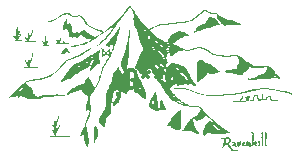
<source format=gto>
G04 #@! TF.GenerationSoftware,KiCad,Pcbnew,7.0.2-0*
G04 #@! TF.CreationDate,2023-07-28T20:15:56+02:00*
G04 #@! TF.ProjectId,switch-plates,73776974-6368-42d7-906c-617465732e6b,0.6.1*
G04 #@! TF.SameCoordinates,Original*
G04 #@! TF.FileFunction,Legend,Top*
G04 #@! TF.FilePolarity,Positive*
%FSLAX46Y46*%
G04 Gerber Fmt 4.6, Leading zero omitted, Abs format (unit mm)*
G04 Created by KiCad (PCBNEW 7.0.2-0) date 2023-07-28 20:15:56*
%MOMM*%
%LPD*%
G01*
G04 APERTURE LIST*
%ADD10C,0.300000*%
G04 APERTURE END LIST*
D10*
X92228572Y-123815357D02*
X92085715Y-123743928D01*
X92085715Y-123743928D02*
X91871429Y-123743928D01*
X91871429Y-123743928D02*
X91657143Y-123815357D01*
X91657143Y-123815357D02*
X91514286Y-123958214D01*
X91514286Y-123958214D02*
X91442857Y-124101071D01*
X91442857Y-124101071D02*
X91371429Y-124386785D01*
X91371429Y-124386785D02*
X91371429Y-124601071D01*
X91371429Y-124601071D02*
X91442857Y-124886785D01*
X91442857Y-124886785D02*
X91514286Y-125029642D01*
X91514286Y-125029642D02*
X91657143Y-125172500D01*
X91657143Y-125172500D02*
X91871429Y-125243928D01*
X91871429Y-125243928D02*
X92014286Y-125243928D01*
X92014286Y-125243928D02*
X92228572Y-125172500D01*
X92228572Y-125172500D02*
X92300000Y-125101071D01*
X92300000Y-125101071D02*
X92300000Y-124601071D01*
X92300000Y-124601071D02*
X92014286Y-124601071D01*
X93157143Y-123743928D02*
X93157143Y-124101071D01*
X92800000Y-123958214D02*
X93157143Y-124101071D01*
X93157143Y-124101071D02*
X93514286Y-123958214D01*
X92942857Y-124386785D02*
X93157143Y-124101071D01*
X93157143Y-124101071D02*
X93371429Y-124386785D01*
X94300000Y-123743928D02*
X94300000Y-124101071D01*
X93942857Y-123958214D02*
X94300000Y-124101071D01*
X94300000Y-124101071D02*
X94657143Y-123958214D01*
X94085714Y-124386785D02*
X94300000Y-124101071D01*
X94300000Y-124101071D02*
X94514286Y-124386785D01*
X95442857Y-123743928D02*
X95442857Y-124101071D01*
X95085714Y-123958214D02*
X95442857Y-124101071D01*
X95442857Y-124101071D02*
X95800000Y-123958214D01*
X95228571Y-124386785D02*
X95442857Y-124101071D01*
X95442857Y-124101071D02*
X95657143Y-124386785D01*
G36*
X94343750Y-123769935D02*
G01*
X94330064Y-123783620D01*
X94316379Y-123769935D01*
X94330064Y-123756250D01*
X94343750Y-123769935D01*
G37*
G36*
X94672198Y-121771875D02*
G01*
X94658513Y-121785560D01*
X94644827Y-121771875D01*
X94658513Y-121758189D01*
X94672198Y-121771875D01*
G37*
G36*
X96204956Y-124125754D02*
G01*
X96191271Y-124139439D01*
X96177586Y-124125754D01*
X96191271Y-124112069D01*
X96204956Y-124125754D01*
G37*
G36*
X90010057Y-127131968D02*
G01*
X90013333Y-127164451D01*
X90010057Y-127168462D01*
X89993785Y-127164705D01*
X89991810Y-127150215D01*
X90001824Y-127127686D01*
X90010057Y-127131968D01*
G37*
G36*
X102828173Y-129607723D02*
G01*
X102828663Y-129616437D01*
X102807591Y-129660068D01*
X102773922Y-129689337D01*
X102732492Y-129707077D01*
X102719181Y-129700163D01*
X102737490Y-129666195D01*
X102773922Y-129627263D01*
X102814072Y-129597275D01*
X102828173Y-129607723D01*
G37*
G36*
X102864635Y-129782376D02*
G01*
X102881201Y-129804448D01*
X102880959Y-129859220D01*
X102876409Y-129903030D01*
X102872207Y-129988041D01*
X102885623Y-130032166D01*
X102901402Y-130043265D01*
X102924472Y-130061181D01*
X102908233Y-130093285D01*
X102894030Y-130109631D01*
X102837374Y-130149725D01*
X102793491Y-130160991D01*
X102761145Y-130154840D01*
X102748310Y-130127067D01*
X102750588Y-130063691D01*
X102753692Y-130034480D01*
X102759247Y-129955136D01*
X102749810Y-129914056D01*
X102721261Y-129895854D01*
X102716195Y-129894434D01*
X102673545Y-129877049D01*
X102664439Y-129866581D01*
X102687452Y-129833697D01*
X102741692Y-129801010D01*
X102804959Y-129780647D01*
X102825380Y-129778672D01*
X102864635Y-129782376D01*
G37*
G36*
X101587583Y-129838028D02*
G01*
X101569968Y-129873099D01*
X101567071Y-129876661D01*
X101510774Y-129924980D01*
X101474764Y-129945345D01*
X101449527Y-129960274D01*
X101470892Y-129964531D01*
X101520373Y-129961621D01*
X101584209Y-129960039D01*
X101602173Y-129971794D01*
X101593171Y-129987674D01*
X101543413Y-130025127D01*
X101512399Y-130038607D01*
X101465601Y-130063643D01*
X101468323Y-130087612D01*
X101515667Y-130103498D01*
X101559617Y-130106250D01*
X101659106Y-130106250D01*
X101589514Y-130160991D01*
X101520686Y-130196805D01*
X101440034Y-130214910D01*
X101370169Y-130211977D01*
X101341523Y-130197485D01*
X101318543Y-130139443D01*
X101329143Y-130059419D01*
X101368824Y-129974758D01*
X101413533Y-129920024D01*
X101472217Y-129872256D01*
X101527955Y-129840643D01*
X101569994Y-129828222D01*
X101587583Y-129838028D01*
G37*
G36*
X86485466Y-121862325D02*
G01*
X86532854Y-121912559D01*
X86594446Y-121985743D01*
X86661899Y-122071056D01*
X86726871Y-122157674D01*
X86781018Y-122234777D01*
X86815998Y-122291542D01*
X86823756Y-122316904D01*
X86770909Y-122332663D01*
X86692045Y-122300549D01*
X86589433Y-122222416D01*
X86463833Y-122111857D01*
X86430709Y-122222416D01*
X86404343Y-122290595D01*
X86377790Y-122329497D01*
X86369859Y-122332974D01*
X86330090Y-122349754D01*
X86290408Y-122379784D01*
X86247429Y-122409297D01*
X86220837Y-122397192D01*
X86216793Y-122391175D01*
X86194947Y-122372331D01*
X86178267Y-122399106D01*
X86150482Y-122434495D01*
X86118830Y-122440711D01*
X86105172Y-122415945D01*
X86085109Y-122400885D01*
X86064116Y-122405188D01*
X86025975Y-122408340D01*
X86025030Y-122375827D01*
X86059695Y-122310619D01*
X86128386Y-122215688D01*
X86229518Y-122094003D01*
X86230973Y-122092334D01*
X86314977Y-121997411D01*
X86386687Y-121918946D01*
X86438105Y-121865522D01*
X86460625Y-121845863D01*
X86485466Y-121862325D01*
G37*
G36*
X101266809Y-129763050D02*
G01*
X101290374Y-129805755D01*
X101294292Y-129878129D01*
X101279853Y-129959260D01*
X101250651Y-130024890D01*
X101200984Y-130091757D01*
X101143220Y-130159384D01*
X101090035Y-130214020D01*
X101054104Y-130241915D01*
X101049517Y-130243103D01*
X101027991Y-130220875D01*
X100995715Y-130165588D01*
X100986211Y-130146377D01*
X100955400Y-130063915D01*
X100940374Y-129988657D01*
X100940086Y-129980308D01*
X100932844Y-129931195D01*
X100901141Y-129923610D01*
X100878502Y-129929356D01*
X100816918Y-129947746D01*
X100871659Y-129891870D01*
X100940929Y-129842608D01*
X101004697Y-129816856D01*
X101058332Y-129807594D01*
X101072229Y-129823575D01*
X101063796Y-129858204D01*
X101060388Y-129916798D01*
X101074752Y-129986993D01*
X101100163Y-130047801D01*
X101129900Y-130078231D01*
X101134480Y-130078879D01*
X101160556Y-130055467D01*
X101176460Y-130000254D01*
X101178671Y-129935773D01*
X101164600Y-129885997D01*
X101151233Y-129839924D01*
X101182295Y-129795278D01*
X101186242Y-129791650D01*
X101235235Y-129762685D01*
X101266809Y-129763050D01*
G37*
G36*
X101998876Y-125970983D02*
G01*
X102034204Y-125989362D01*
X102020419Y-126025591D01*
X102013017Y-126033491D01*
X101994337Y-126078091D01*
X101982439Y-126156307D01*
X101980172Y-126211400D01*
X101976228Y-126300314D01*
X101962455Y-126345205D01*
X101939116Y-126356465D01*
X101914170Y-126342758D01*
X101901441Y-126294766D01*
X101898060Y-126208489D01*
X101896136Y-126123711D01*
X101887127Y-126081771D01*
X101866177Y-126070813D01*
X101843319Y-126074828D01*
X101810897Y-126091818D01*
X101794346Y-126130384D01*
X101788813Y-126204849D01*
X101788577Y-126236489D01*
X101783287Y-126333419D01*
X101766554Y-126379172D01*
X101737085Y-126376360D01*
X101724712Y-126365589D01*
X101713620Y-126329244D01*
X101707148Y-126259185D01*
X101706465Y-126225543D01*
X101703789Y-126150979D01*
X101691351Y-126118511D01*
X101662533Y-126115583D01*
X101650049Y-126118497D01*
X101595922Y-126114530D01*
X101578241Y-126093139D01*
X101570195Y-126064610D01*
X101578657Y-126044473D01*
X101613083Y-126028116D01*
X101682934Y-126010931D01*
X101790541Y-125989674D01*
X101916851Y-125970928D01*
X101998876Y-125970983D01*
G37*
G36*
X103097142Y-129025921D02*
G01*
X103124533Y-129049225D01*
X103148974Y-129083061D01*
X103153710Y-129127610D01*
X103139716Y-129201282D01*
X103133818Y-129224799D01*
X103114775Y-129345532D01*
X103124716Y-129423787D01*
X103134294Y-129478279D01*
X103140502Y-129572641D01*
X103142654Y-129692068D01*
X103141343Y-129784082D01*
X103140137Y-129916156D01*
X103144183Y-130017945D01*
X103152913Y-130080088D01*
X103160145Y-130094439D01*
X103170467Y-130123334D01*
X103145729Y-130158695D01*
X103100688Y-130184293D01*
X103074737Y-130188362D01*
X103048816Y-130180148D01*
X103032131Y-130148242D01*
X103021371Y-130081749D01*
X103014411Y-129989924D01*
X103011119Y-129880026D01*
X103014037Y-129782425D01*
X103022530Y-129718198D01*
X103022566Y-129718066D01*
X103028861Y-129643637D01*
X103018857Y-129552607D01*
X103014488Y-129533314D01*
X103000873Y-129398425D01*
X103016512Y-129305657D01*
X103032751Y-129229632D01*
X103028186Y-129184688D01*
X102999797Y-129150133D01*
X102992944Y-129144271D01*
X102958329Y-129111091D01*
X102962563Y-129087151D01*
X103009265Y-129053231D01*
X103010208Y-129052613D01*
X103063252Y-129022903D01*
X103097142Y-129025921D01*
G37*
G36*
X103401709Y-128996148D02*
G01*
X103432525Y-129055725D01*
X103447726Y-129166476D01*
X103448246Y-129315614D01*
X103441223Y-129428916D01*
X103429561Y-129526153D01*
X103415461Y-129590321D01*
X103411457Y-129599892D01*
X103396130Y-129656112D01*
X103387801Y-129742737D01*
X103386020Y-129844504D01*
X103390337Y-129946150D01*
X103400303Y-130032413D01*
X103415467Y-130088031D01*
X103426196Y-130100147D01*
X103437587Y-130119958D01*
X103413061Y-130148826D01*
X103367412Y-130175185D01*
X103315431Y-130187470D01*
X103314493Y-130187491D01*
X103291107Y-130181677D01*
X103276770Y-130156298D01*
X103269362Y-130101012D01*
X103266763Y-130005478D01*
X103266594Y-129953911D01*
X103269265Y-129841000D01*
X103276372Y-129745568D01*
X103286562Y-129683629D01*
X103290322Y-129673362D01*
X103303082Y-129625551D01*
X103315960Y-129539370D01*
X103326659Y-129431134D01*
X103328956Y-129399032D01*
X103334871Y-129282853D01*
X103333049Y-129207661D01*
X103321792Y-129160037D01*
X103299404Y-129126560D01*
X103293770Y-129120709D01*
X103260047Y-129080910D01*
X103266272Y-129052223D01*
X103291504Y-129027334D01*
X103354847Y-128986949D01*
X103401709Y-128996148D01*
G37*
G36*
X100710102Y-129817081D02*
G01*
X100757978Y-129843848D01*
X100790961Y-129904033D01*
X100805777Y-129954476D01*
X100836007Y-130039813D01*
X100875045Y-130107899D01*
X100888391Y-130122692D01*
X100923541Y-130161376D01*
X100917408Y-130193347D01*
X100895009Y-130220175D01*
X100848113Y-130261935D01*
X100809682Y-130260579D01*
X100762989Y-130214120D01*
X100754513Y-130203486D01*
X100706850Y-130159822D01*
X100675411Y-130162908D01*
X100619422Y-130196118D01*
X100543475Y-130217318D01*
X100473448Y-130221009D01*
X100444236Y-130212015D01*
X100432132Y-130189807D01*
X100451731Y-130152909D01*
X100490780Y-130111724D01*
X100556896Y-130111724D01*
X100578324Y-130132429D01*
X100638882Y-130121246D01*
X100650455Y-130117007D01*
X100685575Y-130086366D01*
X100691450Y-130047795D01*
X100666127Y-130024806D01*
X100658168Y-130024138D01*
X100608760Y-130042879D01*
X100567136Y-130083706D01*
X100556896Y-130111724D01*
X100490780Y-130111724D01*
X100508042Y-130093518D01*
X100538894Y-130064549D01*
X100608315Y-129997604D01*
X100640402Y-129956857D01*
X100640237Y-129933900D01*
X100623813Y-129923973D01*
X100565060Y-129920102D01*
X100496112Y-129935928D01*
X100444034Y-129953381D01*
X100434121Y-129947181D01*
X100450256Y-129924915D01*
X100520856Y-129866370D01*
X100609702Y-129826161D01*
X100692634Y-129814314D01*
X100710102Y-129817081D01*
G37*
G36*
X101870579Y-129794905D02*
G01*
X101870689Y-129796245D01*
X101857288Y-129824265D01*
X101824914Y-129876956D01*
X101823626Y-129878925D01*
X101776563Y-129950753D01*
X101891861Y-129874452D01*
X101965417Y-129830194D01*
X102011678Y-129816751D01*
X102045579Y-129830110D01*
X102048407Y-129832384D01*
X102083868Y-129895430D01*
X102083890Y-129988489D01*
X102062961Y-130063412D01*
X102049190Y-130113931D01*
X102070512Y-130131948D01*
X102110860Y-130134229D01*
X102185452Y-130134838D01*
X102117025Y-130188362D01*
X102043242Y-130230829D01*
X101979109Y-130241536D01*
X101942411Y-130221064D01*
X101939037Y-130182131D01*
X101948124Y-130114248D01*
X101951377Y-130098882D01*
X101959392Y-130003626D01*
X101940164Y-129952515D01*
X101899662Y-129921173D01*
X101866495Y-129938710D01*
X101846538Y-129999281D01*
X101843319Y-130048881D01*
X101827851Y-130143782D01*
X101794476Y-130196708D01*
X101754912Y-130225365D01*
X101728365Y-130211401D01*
X101712364Y-130187637D01*
X101682543Y-130096403D01*
X101687351Y-129994088D01*
X101705990Y-129942913D01*
X101718651Y-129906846D01*
X101691802Y-129902115D01*
X101671777Y-129905986D01*
X101632645Y-129912857D01*
X101633607Y-129902366D01*
X101675990Y-129866295D01*
X101678528Y-129864235D01*
X101733104Y-129829471D01*
X101795319Y-129802077D01*
X101847150Y-129788430D01*
X101870579Y-129794905D01*
G37*
G36*
X101445256Y-125902460D02*
G01*
X101455745Y-125943702D01*
X101455708Y-126025919D01*
X101454652Y-126048004D01*
X101447814Y-126137652D01*
X101434152Y-126188195D01*
X101405979Y-126215259D01*
X101364331Y-126231658D01*
X101298581Y-126253988D01*
X101272108Y-126271668D01*
X101272615Y-126298398D01*
X101280823Y-126324695D01*
X101294766Y-126352490D01*
X101322712Y-126367466D01*
X101377171Y-126372027D01*
X101470649Y-126368577D01*
X101500069Y-126366837D01*
X101619586Y-126364548D01*
X101695645Y-126373973D01*
X101725090Y-126393881D01*
X101704767Y-126423042D01*
X101681150Y-126437477D01*
X101636792Y-126447452D01*
X101551782Y-126455110D01*
X101435693Y-126460512D01*
X101298099Y-126463719D01*
X101148576Y-126464791D01*
X100996696Y-126463789D01*
X100852035Y-126460774D01*
X100724166Y-126455805D01*
X100622665Y-126448945D01*
X100557104Y-126440253D01*
X100536869Y-126430232D01*
X100575296Y-126396543D01*
X100659313Y-126373402D01*
X100780557Y-126362088D01*
X100930667Y-126363882D01*
X100959048Y-126365623D01*
X101183290Y-126380950D01*
X101191698Y-126279876D01*
X101203344Y-126211048D01*
X101232560Y-126178275D01*
X101282219Y-126164852D01*
X101332381Y-126151634D01*
X101358056Y-126123584D01*
X101369386Y-126064579D01*
X101372674Y-126021033D01*
X101384107Y-125935139D01*
X101405994Y-125895787D01*
X101421938Y-125891163D01*
X101445256Y-125902460D01*
G37*
G36*
X96192083Y-127164529D02*
G01*
X96197020Y-127209420D01*
X96189762Y-127252855D01*
X96178866Y-127333571D01*
X96172242Y-127444207D01*
X96171279Y-127553933D01*
X96176521Y-127822041D01*
X96180635Y-128040984D01*
X96183458Y-128216331D01*
X96184823Y-128353648D01*
X96184565Y-128458505D01*
X96182519Y-128536468D01*
X96178519Y-128593107D01*
X96172400Y-128633988D01*
X96163997Y-128664681D01*
X96153145Y-128690752D01*
X96139677Y-128717771D01*
X96136530Y-128724030D01*
X96074339Y-128808232D01*
X95999792Y-128844634D01*
X95920310Y-128830158D01*
X95903879Y-128820494D01*
X95847776Y-128800740D01*
X95777219Y-128792876D01*
X95705757Y-128780213D01*
X95657706Y-128751597D01*
X95609639Y-128717599D01*
X95535711Y-128687263D01*
X95522954Y-128683584D01*
X95422587Y-128633447D01*
X95359672Y-128571975D01*
X95309797Y-128516444D01*
X95255120Y-128493923D01*
X95183153Y-128491988D01*
X95103091Y-128494240D01*
X95044310Y-128494343D01*
X95034859Y-128493917D01*
X95003276Y-128472714D01*
X95011204Y-128419864D01*
X95057135Y-128339969D01*
X95106241Y-128276212D01*
X95174721Y-128186874D01*
X95253250Y-128074092D01*
X95324968Y-127962094D01*
X95325753Y-127960796D01*
X95455466Y-127763879D01*
X95591428Y-127597810D01*
X95750081Y-127444185D01*
X95890159Y-127328938D01*
X96015811Y-127234247D01*
X96105401Y-127175946D01*
X96162850Y-127153039D01*
X96192083Y-127164529D01*
G37*
G36*
X84743008Y-120868509D02*
G01*
X84755696Y-120914153D01*
X84764222Y-120999368D01*
X84769785Y-121131635D01*
X84769893Y-121135506D01*
X84777694Y-121416056D01*
X84844318Y-121299730D01*
X84893204Y-121229551D01*
X84938628Y-121188954D01*
X84971536Y-121183517D01*
X84982974Y-121214286D01*
X84970148Y-121252651D01*
X84936694Y-121322177D01*
X84894780Y-121399039D01*
X84834250Y-121509545D01*
X84803926Y-121581200D01*
X84803505Y-121620600D01*
X84832683Y-121634346D01*
X84884142Y-121630212D01*
X84954616Y-121628823D01*
X84993707Y-121646575D01*
X84992902Y-121675775D01*
X84961635Y-121700220D01*
X84911191Y-121715316D01*
X84826798Y-121729382D01*
X84723674Y-121741177D01*
X84617039Y-121749463D01*
X84522111Y-121752998D01*
X84454108Y-121750542D01*
X84429461Y-121743584D01*
X84419522Y-121708912D01*
X84454754Y-121683742D01*
X84512445Y-121675658D01*
X84588057Y-121668995D01*
X84621580Y-121645730D01*
X84613992Y-121599293D01*
X84566272Y-121523116D01*
X84540346Y-121488313D01*
X84480103Y-121403682D01*
X84453612Y-121349522D01*
X84456821Y-121316714D01*
X84461548Y-121311017D01*
X84491223Y-121301094D01*
X84531844Y-121329358D01*
X84570444Y-121372918D01*
X84647202Y-121466634D01*
X84666789Y-121257604D01*
X84674111Y-121154135D01*
X84675589Y-121071343D01*
X84671040Y-121024729D01*
X84669614Y-121021451D01*
X84661554Y-120972616D01*
X84675319Y-120912700D01*
X84702737Y-120866277D01*
X84724962Y-120854957D01*
X84743008Y-120868509D01*
G37*
G36*
X88960522Y-128477406D02*
G01*
X89009529Y-128539539D01*
X89050590Y-128619504D01*
X89092668Y-128710966D01*
X89128404Y-128787500D01*
X89147015Y-128826299D01*
X89157919Y-128874608D01*
X89166170Y-128961468D01*
X89170405Y-129070705D01*
X89170689Y-129107392D01*
X89168815Y-129227017D01*
X89160690Y-129309252D01*
X89142562Y-129371389D01*
X89110679Y-129430724D01*
X89095420Y-129454263D01*
X89040027Y-129538037D01*
X88989321Y-129615346D01*
X88974292Y-129638471D01*
X88941999Y-129709729D01*
X88915551Y-129804167D01*
X88909181Y-129839385D01*
X88888273Y-129921363D01*
X88859363Y-129965475D01*
X88829126Y-129966467D01*
X88804906Y-129921497D01*
X88795090Y-129856351D01*
X88788376Y-129749337D01*
X88784700Y-129613236D01*
X88783998Y-129460831D01*
X88784998Y-129390221D01*
X88896982Y-129390221D01*
X88901829Y-129455619D01*
X88914192Y-129474174D01*
X88930811Y-129452712D01*
X88948422Y-129398061D01*
X88963763Y-129317046D01*
X88972621Y-129231955D01*
X88976170Y-129126651D01*
X88970745Y-129059554D01*
X88958750Y-129038793D01*
X88939635Y-129063873D01*
X88921595Y-129129984D01*
X88907037Y-129223431D01*
X88898368Y-129330519D01*
X88896982Y-129390221D01*
X88784998Y-129390221D01*
X88786206Y-129304903D01*
X88791260Y-129158235D01*
X88799097Y-129033608D01*
X88809653Y-128943803D01*
X88809795Y-128942995D01*
X88830752Y-128821097D01*
X88851067Y-128697784D01*
X88864044Y-128614808D01*
X88887500Y-128515033D01*
X88919753Y-128469235D01*
X88960522Y-128477406D01*
G37*
G36*
X98692938Y-119289032D02*
G01*
X98806147Y-119300692D01*
X98896817Y-119311193D01*
X99056888Y-119329423D01*
X99252636Y-119560415D01*
X99361390Y-119691665D01*
X99433452Y-119788737D01*
X99469537Y-119857417D01*
X99470364Y-119903490D01*
X99436648Y-119932743D01*
X99369107Y-119950960D01*
X99302181Y-119960233D01*
X99199170Y-119981136D01*
X99076313Y-120018800D01*
X98973733Y-120059306D01*
X98849480Y-120107656D01*
X98712295Y-120149569D01*
X98613577Y-120171791D01*
X98522777Y-120191707D01*
X98395138Y-120225683D01*
X98245427Y-120269509D01*
X98088408Y-120318978D01*
X98034228Y-120336922D01*
X97891761Y-120383736D01*
X97764787Y-120423515D01*
X97663625Y-120453176D01*
X97598594Y-120469632D01*
X97582612Y-120471947D01*
X97526451Y-120486667D01*
X97456843Y-120522289D01*
X97450323Y-120526508D01*
X97369457Y-120571343D01*
X97315648Y-120577976D01*
X97290660Y-120563003D01*
X97274081Y-120529778D01*
X97293036Y-120488363D01*
X97352566Y-120428155D01*
X97356448Y-120424685D01*
X97417835Y-120353624D01*
X97476833Y-120259623D01*
X97498327Y-120215346D01*
X97532335Y-120144338D01*
X97569891Y-120094852D01*
X97625241Y-120054285D01*
X97712632Y-120010034D01*
X97749583Y-119993087D01*
X97866953Y-119942212D01*
X97987235Y-119893902D01*
X98082440Y-119859293D01*
X98179360Y-119818752D01*
X98259038Y-119762160D01*
X98331101Y-119679449D01*
X98405174Y-119560550D01*
X98451979Y-119472737D01*
X98494184Y-119390161D01*
X98528175Y-119334573D01*
X98565159Y-119301902D01*
X98616345Y-119288078D01*
X98692938Y-119289032D01*
G37*
G36*
X102241120Y-128974693D02*
G01*
X102272242Y-128998805D01*
X102359032Y-129066743D01*
X102357871Y-129347003D01*
X102354888Y-129470338D01*
X102347789Y-129576903D01*
X102337768Y-129652334D01*
X102330337Y-129677711D01*
X102316113Y-129743203D01*
X102320915Y-129795690D01*
X102337864Y-129863221D01*
X102433420Y-129804164D01*
X102521375Y-129762458D01*
X102578112Y-129765624D01*
X102604006Y-129813831D01*
X102603295Y-129880677D01*
X102589662Y-129962009D01*
X102572311Y-130025670D01*
X102570143Y-130030980D01*
X102564588Y-130065650D01*
X102598047Y-130078051D01*
X102624697Y-130078879D01*
X102676586Y-130081587D01*
X102680138Y-130098671D01*
X102650754Y-130133620D01*
X102583289Y-130176222D01*
X102520153Y-130188362D01*
X102464301Y-130183339D01*
X102449513Y-130157452D01*
X102457627Y-130113092D01*
X102483322Y-130003141D01*
X102494236Y-129934508D01*
X102490398Y-129895813D01*
X102471837Y-129875673D01*
X102458261Y-129869467D01*
X102404955Y-129873472D01*
X102362268Y-129920786D01*
X102338417Y-130000027D01*
X102335991Y-130038812D01*
X102324167Y-130102434D01*
X102295434Y-130159094D01*
X102259900Y-130196726D01*
X102227674Y-130203260D01*
X102213338Y-130185245D01*
X102208048Y-130141224D01*
X102206898Y-130058667D01*
X102210014Y-129953631D01*
X102211326Y-129928340D01*
X102218331Y-129795946D01*
X102226079Y-129637574D01*
X102233178Y-129481946D01*
X102234914Y-129441490D01*
X102246202Y-129173606D01*
X102161086Y-129106978D01*
X102107708Y-129062801D01*
X102092967Y-129034510D01*
X102112393Y-129004247D01*
X102130711Y-128985608D01*
X102167736Y-128952267D01*
X102197798Y-128948001D01*
X102241120Y-128974693D01*
G37*
G36*
X86054826Y-121039998D02*
G01*
X86058035Y-121077617D01*
X86038126Y-121149897D01*
X86012694Y-121212824D01*
X85961259Y-121328991D01*
X85933352Y-121403586D01*
X85930776Y-121445282D01*
X85955337Y-121462755D01*
X86008839Y-121464678D01*
X86064401Y-121461421D01*
X86158822Y-121452275D01*
X86204517Y-121437160D01*
X86207467Y-121411951D01*
X86181810Y-121380474D01*
X86163239Y-121342838D01*
X86181163Y-121315431D01*
X86215777Y-121300702D01*
X86261880Y-121327396D01*
X86271623Y-121335959D01*
X86319388Y-121374185D01*
X86347539Y-121388685D01*
X86361204Y-121410288D01*
X86361045Y-121424981D01*
X86369987Y-121443128D01*
X86408447Y-121450678D01*
X86485742Y-121448444D01*
X86559482Y-121442293D01*
X86664791Y-121434053D01*
X86726547Y-121434600D01*
X86755408Y-121445106D01*
X86762069Y-121464614D01*
X86757755Y-121485540D01*
X86740757Y-121502208D01*
X86704991Y-121515403D01*
X86644375Y-121525911D01*
X86552822Y-121534515D01*
X86424251Y-121542002D01*
X86252577Y-121549157D01*
X86053538Y-121556048D01*
X85857733Y-121562045D01*
X85710387Y-121565270D01*
X85605277Y-121565513D01*
X85536179Y-121562564D01*
X85496870Y-121556213D01*
X85481127Y-121546251D01*
X85480884Y-121536745D01*
X85517526Y-121509170D01*
X85603799Y-121489681D01*
X85651043Y-121484482D01*
X85808493Y-121470797D01*
X85719732Y-121347629D01*
X85666786Y-121277971D01*
X85624637Y-121229295D01*
X85608050Y-121215337D01*
X85587376Y-121183883D01*
X85585129Y-121165432D01*
X85600431Y-121132766D01*
X85640700Y-121139238D01*
X85697481Y-121180628D01*
X85762319Y-121252720D01*
X85763685Y-121254504D01*
X85849038Y-121366409D01*
X85895662Y-121235137D01*
X85940449Y-121131395D01*
X85987016Y-121061243D01*
X86029587Y-121031762D01*
X86054826Y-121039998D01*
G37*
G36*
X83643504Y-120353030D02*
G01*
X83663032Y-120408988D01*
X83652431Y-120500076D01*
X83614508Y-120617697D01*
X83552070Y-120753258D01*
X83467925Y-120898164D01*
X83462944Y-120905892D01*
X83399617Y-121006940D01*
X83349573Y-121093047D01*
X83319325Y-121152651D01*
X83313362Y-121171552D01*
X83303911Y-121228086D01*
X83297741Y-121247005D01*
X83299021Y-121264266D01*
X83323109Y-121277422D01*
X83377630Y-121287820D01*
X83470205Y-121296808D01*
X83608456Y-121305733D01*
X83639875Y-121307497D01*
X83795784Y-121317638D01*
X83902985Y-121328526D01*
X83967508Y-121341099D01*
X83995386Y-121356296D01*
X83997629Y-121363193D01*
X83987133Y-121375904D01*
X83951592Y-121385131D01*
X83884925Y-121391233D01*
X83781051Y-121394567D01*
X83633892Y-121395490D01*
X83463900Y-121394594D01*
X83271239Y-121392156D01*
X83127671Y-121388264D01*
X83027560Y-121382503D01*
X82965268Y-121374455D01*
X82935157Y-121363704D01*
X82930172Y-121355172D01*
X82954851Y-121329578D01*
X83019127Y-121319839D01*
X83103959Y-121313867D01*
X83145097Y-121292287D01*
X83144373Y-121248085D01*
X83103619Y-121174247D01*
X83069886Y-121125532D01*
X83014196Y-121043268D01*
X82973374Y-120974508D01*
X82956777Y-120935789D01*
X82955594Y-120858190D01*
X82976003Y-120828451D01*
X83010367Y-120848149D01*
X83050051Y-120916541D01*
X83088776Y-120994268D01*
X83128531Y-121057816D01*
X83129142Y-121058620D01*
X83153306Y-121085119D01*
X83169826Y-121080395D01*
X83185089Y-121036366D01*
X83200490Y-120968318D01*
X83218655Y-120865270D01*
X83229698Y-120767238D01*
X83231250Y-120730441D01*
X83240417Y-120660123D01*
X83269537Y-120636085D01*
X83272306Y-120635991D01*
X83296669Y-120649180D01*
X83309637Y-120695588D01*
X83313926Y-120785476D01*
X83313970Y-120793372D01*
X83314579Y-120950754D01*
X83368554Y-120882327D01*
X83428160Y-120794211D01*
X83484976Y-120689350D01*
X83530666Y-120585552D01*
X83556889Y-120500626D01*
X83560117Y-120473235D01*
X83570764Y-120396044D01*
X83596868Y-120349490D01*
X83631281Y-120343879D01*
X83643504Y-120353030D01*
G37*
G36*
X83689402Y-122274436D02*
G01*
X83701054Y-122340707D01*
X83691835Y-122443001D01*
X83663130Y-122574642D01*
X83616326Y-122728954D01*
X83552808Y-122899262D01*
X83491442Y-123041335D01*
X83440093Y-123161218D01*
X83399209Y-123271630D01*
X83373870Y-123357938D01*
X83368103Y-123396476D01*
X83368103Y-123482543D01*
X83723922Y-123482543D01*
X83875126Y-123483709D01*
X83978939Y-123487713D01*
X84042670Y-123495317D01*
X84073630Y-123507279D01*
X84079741Y-123519542D01*
X84061447Y-123540843D01*
X84002502Y-123557340D01*
X83896807Y-123570509D01*
X83853933Y-123574119D01*
X83753549Y-123581318D01*
X83665822Y-123585558D01*
X83578173Y-123586703D01*
X83478022Y-123584618D01*
X83352792Y-123579169D01*
X83189902Y-123570220D01*
X83122049Y-123566258D01*
X82995090Y-123556866D01*
X82914035Y-123545424D01*
X82870047Y-123530041D01*
X82854313Y-123508970D01*
X82858166Y-123487145D01*
X82887234Y-123476092D01*
X82951910Y-123474045D01*
X83037742Y-123477786D01*
X83229166Y-123488602D01*
X83204684Y-123403239D01*
X83177549Y-123335101D01*
X83131214Y-123242526D01*
X83082558Y-123157135D01*
X83032733Y-123066940D01*
X82997549Y-122987640D01*
X82984913Y-122938391D01*
X82996262Y-122888946D01*
X83024826Y-122883685D01*
X83062377Y-122918320D01*
X83100692Y-122988565D01*
X83105803Y-123001400D01*
X83142192Y-123081580D01*
X83179916Y-123142283D01*
X83193230Y-123156614D01*
X83216218Y-123169434D01*
X83227577Y-123152348D01*
X83230013Y-123095996D01*
X83228166Y-123035719D01*
X83227442Y-122948345D01*
X83232135Y-122885038D01*
X83238435Y-122864079D01*
X83271501Y-122857419D01*
X83300254Y-122891495D01*
X83313699Y-122952707D01*
X83313781Y-122957272D01*
X83322058Y-123026005D01*
X83336597Y-123066229D01*
X83359080Y-123066648D01*
X83392063Y-123023761D01*
X83431943Y-122947156D01*
X83475115Y-122846421D01*
X83517974Y-122731144D01*
X83556915Y-122610911D01*
X83588335Y-122495311D01*
X83608628Y-122393930D01*
X83614439Y-122327223D01*
X83627450Y-122266282D01*
X83655495Y-122250862D01*
X83689402Y-122274436D01*
G37*
G36*
X82403696Y-120105902D02*
G01*
X82415708Y-120123203D01*
X82419371Y-120163738D01*
X82415262Y-120237080D01*
X82403955Y-120352801D01*
X82400052Y-120389655D01*
X82390706Y-120483091D01*
X82389204Y-120529015D01*
X82397138Y-120534300D01*
X82416103Y-120505819D01*
X82423853Y-120492295D01*
X82467219Y-120439167D01*
X82510935Y-120417999D01*
X82541128Y-120432474D01*
X82546982Y-120459596D01*
X82534724Y-120503468D01*
X82502407Y-120579522D01*
X82456723Y-120672180D01*
X82451185Y-120682686D01*
X82403886Y-120780904D01*
X82369654Y-120869323D01*
X82355452Y-120929788D01*
X82355388Y-120932451D01*
X82358920Y-120964080D01*
X82373877Y-120964936D01*
X82406800Y-120930327D01*
X82464230Y-120855562D01*
X82466096Y-120853057D01*
X82536336Y-120762183D01*
X82583612Y-120711678D01*
X82614953Y-120696116D01*
X82637388Y-120710072D01*
X82642187Y-120717144D01*
X82637550Y-120754196D01*
X82605201Y-120814899D01*
X82581195Y-120848599D01*
X82505973Y-120951980D01*
X82442919Y-121050205D01*
X82399395Y-121130890D01*
X82382766Y-121181650D01*
X82382758Y-121182311D01*
X82402068Y-121201349D01*
X82464030Y-121208701D01*
X82553825Y-121206451D01*
X82650235Y-121203708D01*
X82703187Y-121210120D01*
X82723489Y-121227668D01*
X82724892Y-121237769D01*
X82702389Y-121267932D01*
X82631854Y-121289580D01*
X82588038Y-121296440D01*
X82409650Y-121317425D01*
X82262013Y-121329808D01*
X82151488Y-121333309D01*
X82084438Y-121327653D01*
X82067305Y-121319142D01*
X82062567Y-121275693D01*
X82105326Y-121247235D01*
X82179796Y-121238146D01*
X82274681Y-121238146D01*
X82234694Y-121160820D01*
X82190795Y-121097284D01*
X82123562Y-121021671D01*
X82083453Y-120982982D01*
X82021680Y-120922524D01*
X81981283Y-120874067D01*
X81972198Y-120855028D01*
X81990331Y-120828697D01*
X82038312Y-120837283D01*
X82106513Y-120877777D01*
X82145236Y-120909092D01*
X82238067Y-120990599D01*
X82254462Y-120795031D01*
X82260595Y-120676107D01*
X82253300Y-120587500D01*
X82229724Y-120505816D01*
X82214675Y-120468863D01*
X82180234Y-120366986D01*
X82180461Y-120303448D01*
X82215318Y-120280239D01*
X82218305Y-120280172D01*
X82244273Y-120302871D01*
X82262460Y-120341756D01*
X82275604Y-120367590D01*
X82288351Y-120353374D01*
X82303975Y-120293255D01*
X82312203Y-120252801D01*
X82338302Y-120153869D01*
X82368089Y-120107033D01*
X82382758Y-120102263D01*
X82403696Y-120105902D01*
G37*
G36*
X92393718Y-123712522D02*
G01*
X92427992Y-123767779D01*
X92458798Y-123866111D01*
X92480933Y-123988901D01*
X92509878Y-124143864D01*
X92547692Y-124248332D01*
X92565846Y-124276293D01*
X92609667Y-124341197D01*
X92660055Y-124430787D01*
X92685811Y-124482668D01*
X92729536Y-124566380D01*
X92771814Y-124632039D01*
X92792534Y-124655522D01*
X92822883Y-124701879D01*
X92851993Y-124779731D01*
X92863044Y-124823094D01*
X92895473Y-124927331D01*
X92942287Y-125028066D01*
X92958903Y-125055090D01*
X93008010Y-125142189D01*
X93055094Y-125248886D01*
X93072290Y-125296983D01*
X93104778Y-125388493D01*
X93137187Y-125465424D01*
X93152338Y-125494288D01*
X93170680Y-125546958D01*
X93188316Y-125636692D01*
X93201932Y-125745876D01*
X93203841Y-125767995D01*
X93214483Y-125887795D01*
X93226348Y-126000263D01*
X93237052Y-126083037D01*
X93238094Y-126089601D01*
X93242465Y-126153320D01*
X93224932Y-126185889D01*
X93178670Y-126188328D01*
X93096855Y-126161656D01*
X93009428Y-126123787D01*
X92931815Y-126084402D01*
X92879639Y-126050047D01*
X92865732Y-126032688D01*
X92846989Y-125999372D01*
X92800619Y-125945966D01*
X92741412Y-125886982D01*
X92684159Y-125836935D01*
X92643650Y-125810336D01*
X92637831Y-125809051D01*
X92602964Y-125792845D01*
X92547007Y-125752687D01*
X92532292Y-125740625D01*
X92452209Y-125692188D01*
X92371978Y-125672211D01*
X92370282Y-125672198D01*
X92301278Y-125657305D01*
X92266394Y-125610614D01*
X92245838Y-125528975D01*
X92226744Y-125401982D01*
X92209873Y-125239016D01*
X92195988Y-125049460D01*
X92190623Y-124940032D01*
X92564676Y-124940032D01*
X92578716Y-125069890D01*
X92624660Y-125208133D01*
X92646788Y-125257252D01*
X92688425Y-125353358D01*
X92718093Y-125437265D01*
X92729253Y-125489903D01*
X92736895Y-125568403D01*
X92755051Y-125634823D01*
X92778046Y-125670345D01*
X92784217Y-125672198D01*
X92793431Y-125647403D01*
X92796158Y-125582709D01*
X92792394Y-125501131D01*
X92768554Y-125356729D01*
X92724834Y-125223075D01*
X92713694Y-125199101D01*
X92670287Y-125091379D01*
X92637719Y-124974030D01*
X92630372Y-124932237D01*
X92612508Y-124840052D01*
X92593215Y-124801874D01*
X92576447Y-124817233D01*
X92566157Y-124885662D01*
X92564676Y-124940032D01*
X92190623Y-124940032D01*
X92185850Y-124842697D01*
X92180221Y-124628109D01*
X92179388Y-124538866D01*
X92179254Y-124366514D01*
X92181019Y-124239973D01*
X92185528Y-124150324D01*
X92193626Y-124088647D01*
X92206158Y-124046022D01*
X92223968Y-124013529D01*
X92229938Y-124005138D01*
X92271375Y-123927968D01*
X92300393Y-123837600D01*
X92301400Y-123832479D01*
X92327290Y-123742144D01*
X92359107Y-123703067D01*
X92393718Y-123712522D01*
G37*
G36*
X95710515Y-125251374D02*
G01*
X95821832Y-125254151D01*
X95960429Y-125258675D01*
X96081788Y-125263284D01*
X96319436Y-125275641D01*
X96515799Y-125293585D01*
X96684274Y-125320098D01*
X96838257Y-125358163D01*
X96991142Y-125410763D01*
X97156326Y-125480881D01*
X97245568Y-125522420D01*
X97600192Y-125662756D01*
X97994166Y-125765478D01*
X98427604Y-125830602D01*
X98900621Y-125858143D01*
X99413332Y-125848117D01*
X99537021Y-125840489D01*
X99935188Y-125810796D01*
X100285667Y-125779770D01*
X100595509Y-125746485D01*
X100871765Y-125710017D01*
X101121486Y-125669441D01*
X101351724Y-125623833D01*
X101555926Y-125575739D01*
X101979630Y-125473751D01*
X102359518Y-125394713D01*
X102701231Y-125338112D01*
X103010412Y-125303437D01*
X103292704Y-125290176D01*
X103553748Y-125297817D01*
X103799188Y-125325849D01*
X103964547Y-125357289D01*
X104097998Y-125385595D01*
X104267908Y-125419761D01*
X104456786Y-125456369D01*
X104647140Y-125492003D01*
X104744612Y-125509677D01*
X104914591Y-125540770D01*
X105079312Y-125572134D01*
X105225610Y-125601175D01*
X105340322Y-125625298D01*
X105394666Y-125637840D01*
X105487450Y-125662754D01*
X105538808Y-125684766D01*
X105560859Y-125712350D01*
X105565722Y-125753980D01*
X105565732Y-125757449D01*
X105565732Y-125834576D01*
X105470999Y-125778682D01*
X105401068Y-125750198D01*
X105280452Y-125716503D01*
X105112865Y-125678503D01*
X104902020Y-125637102D01*
X104853197Y-125628169D01*
X104666582Y-125593401D01*
X104476158Y-125556154D01*
X104297108Y-125519520D01*
X104144613Y-125486590D01*
X104051540Y-125464894D01*
X103809016Y-125416238D01*
X103555292Y-125388235D01*
X103285057Y-125381359D01*
X102993002Y-125396084D01*
X102673819Y-125432883D01*
X102322198Y-125492230D01*
X101932830Y-125574599D01*
X101500406Y-125680463D01*
X101429968Y-125698800D01*
X101212243Y-125747657D01*
X100949368Y-125792890D01*
X100650870Y-125833501D01*
X100326277Y-125868489D01*
X99985119Y-125896854D01*
X99636921Y-125917596D01*
X99291214Y-125929717D01*
X99215732Y-125931138D01*
X99027726Y-125933549D01*
X98853000Y-125934774D01*
X98700686Y-125934829D01*
X98579916Y-125933730D01*
X98499821Y-125931494D01*
X98476724Y-125929822D01*
X98212260Y-125895543D01*
X97990782Y-125859824D01*
X97800558Y-125819688D01*
X97629854Y-125772161D01*
X97466937Y-125714267D01*
X97300073Y-125643030D01*
X97245043Y-125617457D01*
X97046931Y-125529214D01*
X96867811Y-125463011D01*
X96692639Y-125415435D01*
X96506372Y-125383073D01*
X96293963Y-125362510D01*
X96072502Y-125351430D01*
X95896975Y-125344118D01*
X95769667Y-125336059D01*
X95684051Y-125326490D01*
X95633605Y-125314648D01*
X95611805Y-125299768D01*
X95610661Y-125297383D01*
X95603252Y-125259192D01*
X95606263Y-125251932D01*
X95635613Y-125250561D01*
X95710515Y-125251374D01*
G37*
G36*
X103113955Y-125797774D02*
G01*
X103124850Y-125845329D01*
X103129416Y-125937998D01*
X103129741Y-125984680D01*
X103129741Y-126192241D01*
X103239224Y-126192241D01*
X103309921Y-126188345D01*
X103341330Y-126170615D01*
X103348696Y-126129991D01*
X103348706Y-126127166D01*
X103359015Y-126069367D01*
X103396439Y-126030563D01*
X103470726Y-126004571D01*
X103567672Y-125988256D01*
X103687751Y-125972635D01*
X103763886Y-125966018D01*
X103806501Y-125971021D01*
X103826018Y-125990260D01*
X103832863Y-126026353D01*
X103835082Y-126055388D01*
X103844026Y-126159987D01*
X103858570Y-126225556D01*
X103889676Y-126260813D01*
X103948301Y-126274475D01*
X104045408Y-126275258D01*
X104109442Y-126273605D01*
X104238646Y-126270497D01*
X104321448Y-126270096D01*
X104366166Y-126273781D01*
X104381124Y-126282933D01*
X104374643Y-126298933D01*
X104361422Y-126315409D01*
X104329098Y-126336270D01*
X104267793Y-126349134D01*
X104167997Y-126355349D01*
X104071641Y-126356465D01*
X103936808Y-126353744D01*
X103847402Y-126341562D01*
X103794218Y-126313897D01*
X103768049Y-126264723D01*
X103759689Y-126188016D01*
X103759267Y-126152042D01*
X103759267Y-126053502D01*
X103615571Y-126071530D01*
X103508277Y-126089847D01*
X103449827Y-126114206D01*
X103434348Y-126149032D01*
X103452959Y-126194038D01*
X103473065Y-126251603D01*
X103458805Y-126288914D01*
X103416024Y-126291379D01*
X103414240Y-126290716D01*
X103372224Y-126287492D01*
X103289218Y-126290461D01*
X103178535Y-126298917D01*
X103090424Y-126307869D01*
X102805020Y-126339762D01*
X102748667Y-126272844D01*
X102705391Y-126204184D01*
X102665227Y-126113282D01*
X102654981Y-126082758D01*
X102629781Y-126012006D01*
X102607798Y-125970968D01*
X102599987Y-125966433D01*
X102562305Y-125971374D01*
X102501892Y-125973276D01*
X102452678Y-125977768D01*
X102425621Y-126000762D01*
X102409793Y-126056528D01*
X102402364Y-126103286D01*
X102382900Y-126221590D01*
X102360459Y-126295796D01*
X102325630Y-126336166D01*
X102268999Y-126352964D01*
X102181155Y-126356453D01*
X102170163Y-126356465D01*
X102072732Y-126353005D01*
X102023096Y-126341665D01*
X102014244Y-126322252D01*
X102046260Y-126300005D01*
X102114785Y-126283672D01*
X102153232Y-126279702D01*
X102219494Y-126274076D01*
X102261152Y-126260322D01*
X102286119Y-126227227D01*
X102302310Y-126163579D01*
X102317637Y-126058163D01*
X102319539Y-126044065D01*
X102333884Y-125970553D01*
X102351359Y-125922303D01*
X102355525Y-125916841D01*
X102393097Y-125902086D01*
X102465873Y-125886192D01*
X102520194Y-125877772D01*
X102604713Y-125868733D01*
X102651513Y-125873318D01*
X102676821Y-125895847D01*
X102689731Y-125922884D01*
X102743256Y-126053088D01*
X102781241Y-126141013D01*
X102810044Y-126194549D01*
X102836024Y-126221589D01*
X102865537Y-126230023D01*
X102904941Y-126227743D01*
X102932971Y-126224796D01*
X103045426Y-126214072D01*
X103053370Y-126006916D01*
X103062716Y-125883088D01*
X103079080Y-125809346D01*
X103095528Y-125788439D01*
X103113955Y-125797774D01*
G37*
G36*
X85852288Y-127660984D02*
G01*
X85857572Y-127718547D01*
X85841041Y-127817865D01*
X85803265Y-127954968D01*
X85764090Y-128072412D01*
X85707908Y-128248400D01*
X85661711Y-128425857D01*
X85629058Y-128588883D01*
X85613508Y-128721576D01*
X85612706Y-128748800D01*
X85615904Y-128783917D01*
X85635203Y-128779165D01*
X85665085Y-128753352D01*
X85706314Y-128703346D01*
X85757906Y-128623874D01*
X85795096Y-128557580D01*
X85848340Y-128469437D01*
X85893753Y-128419587D01*
X85926229Y-128411492D01*
X85940656Y-128448611D01*
X85940948Y-128458776D01*
X85927346Y-128506311D01*
X85891716Y-128583032D01*
X85842606Y-128670899D01*
X85760624Y-128810148D01*
X85704115Y-128917743D01*
X85667680Y-129007237D01*
X85645922Y-129092184D01*
X85633445Y-129186136D01*
X85632280Y-129199059D01*
X85617167Y-129373010D01*
X85950124Y-129355838D01*
X86104936Y-129347555D01*
X86263582Y-129338565D01*
X86404917Y-129330091D01*
X86488362Y-129324707D01*
X86596416Y-129321228D01*
X86683379Y-129325612D01*
X86733067Y-129336995D01*
X86734469Y-129337855D01*
X86760195Y-129360428D01*
X86760264Y-129379109D01*
X86730610Y-129394427D01*
X86667167Y-129406918D01*
X86565868Y-129417112D01*
X86422648Y-129425542D01*
X86233439Y-129432742D01*
X85994177Y-129439242D01*
X85952958Y-129440208D01*
X85724543Y-129445133D01*
X85544819Y-129448057D01*
X85407767Y-129448804D01*
X85307369Y-129447196D01*
X85237605Y-129443059D01*
X85192455Y-129436216D01*
X85165902Y-129426492D01*
X85154278Y-129416855D01*
X85132785Y-129379487D01*
X85148266Y-129358298D01*
X85206076Y-129351505D01*
X85311568Y-129357323D01*
X85328338Y-129358845D01*
X85429095Y-129365720D01*
X85483894Y-129358813D01*
X85500942Y-129332259D01*
X85488446Y-129280190D01*
X85477540Y-129252203D01*
X85451119Y-129173387D01*
X85437103Y-129118604D01*
X85411024Y-129054349D01*
X85362821Y-128975253D01*
X85339411Y-128943774D01*
X85290985Y-128878340D01*
X85261202Y-128829433D01*
X85256681Y-128816064D01*
X85273948Y-128792718D01*
X85319058Y-128805363D01*
X85381969Y-128850472D01*
X85398879Y-128866004D01*
X85475646Y-128939552D01*
X85475493Y-128872847D01*
X85454665Y-128733561D01*
X85399918Y-128596331D01*
X85347603Y-128517948D01*
X85303262Y-128455287D01*
X85298340Y-128415293D01*
X85307237Y-128402504D01*
X85341080Y-128391552D01*
X85390685Y-128420837D01*
X85410679Y-128438369D01*
X85483290Y-128505064D01*
X85466639Y-128279256D01*
X85459879Y-128165684D01*
X85460754Y-128096694D01*
X85470229Y-128062533D01*
X85488948Y-128053448D01*
X85520598Y-128078866D01*
X85543524Y-128147419D01*
X85545074Y-128156088D01*
X85557443Y-128228181D01*
X85566101Y-128275367D01*
X85567059Y-128279905D01*
X85577926Y-128269107D01*
X85601765Y-128216591D01*
X85634652Y-128132710D01*
X85672664Y-128027815D01*
X85711876Y-127912257D01*
X85740429Y-127822496D01*
X85771838Y-127735452D01*
X85803312Y-127672357D01*
X85824622Y-127649149D01*
X85852288Y-127660984D01*
G37*
G36*
X91907365Y-120285573D02*
G01*
X91911534Y-120364873D01*
X91904212Y-120449851D01*
X91858917Y-120882952D01*
X91829194Y-121325002D01*
X91813763Y-121796142D01*
X91812286Y-121895043D01*
X91808693Y-122078016D01*
X91802823Y-122248135D01*
X91795211Y-122395540D01*
X91786390Y-122510369D01*
X91776895Y-122582761D01*
X91774500Y-122592995D01*
X91757665Y-122670321D01*
X91739074Y-122782400D01*
X91721877Y-122909464D01*
X91716290Y-122958239D01*
X91697031Y-123101720D01*
X91670707Y-123253074D01*
X91642293Y-123384414D01*
X91635716Y-123409856D01*
X91604621Y-123537094D01*
X91576789Y-123671838D01*
X91560511Y-123769747D01*
X91541133Y-123873017D01*
X91514806Y-123928750D01*
X91477577Y-123936639D01*
X91425490Y-123896376D01*
X91354588Y-123807653D01*
X91314645Y-123750597D01*
X91227412Y-123618519D01*
X91168845Y-123514384D01*
X91134046Y-123422891D01*
X91118121Y-123328735D01*
X91116172Y-123216614D01*
X91119365Y-123140219D01*
X91119836Y-123133283D01*
X91294266Y-123133283D01*
X91318162Y-123247880D01*
X91359598Y-123356017D01*
X91401388Y-123421597D01*
X91444263Y-123461385D01*
X91461503Y-123454832D01*
X91452831Y-123404109D01*
X91417973Y-123311388D01*
X91415943Y-123306634D01*
X91382357Y-123206362D01*
X91362576Y-123104937D01*
X91360344Y-123069713D01*
X91352717Y-122994989D01*
X91334341Y-122964961D01*
X91311971Y-122982932D01*
X91294991Y-123037769D01*
X91294266Y-123133283D01*
X91119836Y-123133283D01*
X91126521Y-123034859D01*
X91138528Y-122951727D01*
X91160386Y-122874648D01*
X91197094Y-122787447D01*
X91253650Y-122673949D01*
X91273075Y-122636535D01*
X91423707Y-122636535D01*
X91431460Y-122717840D01*
X91446807Y-122812718D01*
X91466504Y-122901507D01*
X91487305Y-122964545D01*
X91489667Y-122969342D01*
X91509672Y-122991363D01*
X91518546Y-122960335D01*
X91516221Y-122876823D01*
X91509772Y-122805118D01*
X91492353Y-122673349D01*
X91472843Y-122590765D01*
X91451917Y-122559125D01*
X91430247Y-122580189D01*
X91426795Y-122588467D01*
X91423707Y-122636535D01*
X91273075Y-122636535D01*
X91277891Y-122627258D01*
X91342425Y-122494117D01*
X91400926Y-122351614D01*
X91455108Y-122193248D01*
X91462542Y-122167198D01*
X91586887Y-122167198D01*
X91587099Y-122303758D01*
X91590165Y-122383901D01*
X91598227Y-122538733D01*
X91605720Y-122640687D01*
X91612768Y-122689473D01*
X91619498Y-122684800D01*
X91626035Y-122626376D01*
X91632505Y-122513910D01*
X91639035Y-122347112D01*
X91641708Y-122264547D01*
X91645704Y-122121570D01*
X91646800Y-122027173D01*
X91644369Y-121975241D01*
X91637785Y-121959658D01*
X91626423Y-121974310D01*
X91614699Y-122000711D01*
X91595867Y-122069621D01*
X91586887Y-122167198D01*
X91462542Y-122167198D01*
X91506683Y-122012516D01*
X91557364Y-121802920D01*
X91608863Y-121557957D01*
X91662894Y-121271126D01*
X91717051Y-120960299D01*
X91749090Y-120775357D01*
X91779451Y-120608217D01*
X91806633Y-120466508D01*
X91829136Y-120357860D01*
X91845460Y-120289903D01*
X91852734Y-120270240D01*
X91887468Y-120252993D01*
X91907365Y-120285573D01*
G37*
G36*
X94049507Y-125611805D02*
G01*
X94051357Y-125613307D01*
X94072907Y-125656405D01*
X94097968Y-125751225D01*
X94126011Y-125894896D01*
X94156507Y-126084547D01*
X94188927Y-126317309D01*
X94206102Y-126452263D01*
X94227212Y-126596765D01*
X94253712Y-126739706D01*
X94282790Y-126869017D01*
X94311632Y-126972632D01*
X94337425Y-127038483D01*
X94345647Y-127050877D01*
X94354127Y-127056450D01*
X94361792Y-127047877D01*
X94369715Y-127018506D01*
X94378970Y-126961683D01*
X94390629Y-126870753D01*
X94405766Y-126739065D01*
X94425455Y-126559963D01*
X94426735Y-126548205D01*
X94447773Y-126390358D01*
X94471663Y-126286662D01*
X94499989Y-126236543D01*
X94534337Y-126239424D01*
X94576294Y-126294732D01*
X94627446Y-126401890D01*
X94653521Y-126465948D01*
X94699233Y-126576767D01*
X94757915Y-126711686D01*
X94818585Y-126845580D01*
X94832632Y-126875644D01*
X94878857Y-126978386D01*
X94912613Y-127062300D01*
X94929291Y-127115434D01*
X94929601Y-127127081D01*
X94898486Y-127134180D01*
X94825741Y-127136258D01*
X94724210Y-127133705D01*
X94606737Y-127126910D01*
X94486166Y-127116264D01*
X94453467Y-127112631D01*
X94386547Y-127125273D01*
X94356069Y-127161649D01*
X94310318Y-127205680D01*
X94273722Y-127209764D01*
X94167594Y-127202331D01*
X94069786Y-127218810D01*
X94007288Y-127219388D01*
X93948355Y-127179523D01*
X93935651Y-127166521D01*
X93868866Y-127114187D01*
X93778846Y-127065478D01*
X93744313Y-127051482D01*
X93650079Y-127006320D01*
X93565115Y-126947637D01*
X93543157Y-126927193D01*
X93499485Y-126873236D01*
X93473885Y-126816121D01*
X93467756Y-126748662D01*
X93482495Y-126663673D01*
X93519502Y-126553967D01*
X93525859Y-126539129D01*
X93740635Y-126539129D01*
X93747256Y-126599698D01*
X93763084Y-126688267D01*
X93774594Y-126741586D01*
X93794015Y-126821633D01*
X93806703Y-126853902D01*
X93817582Y-126844098D01*
X93829554Y-126805258D01*
X93842740Y-126741064D01*
X93842763Y-126740917D01*
X94001153Y-126740917D01*
X94006767Y-126830789D01*
X94016745Y-126913631D01*
X94029651Y-126974397D01*
X94044053Y-126998037D01*
X94046557Y-126997276D01*
X94060809Y-126963249D01*
X94068171Y-126895571D01*
X94068465Y-126868050D01*
X94062061Y-126761336D01*
X94048534Y-126653760D01*
X94046789Y-126643857D01*
X94033228Y-126579071D01*
X94022918Y-126563237D01*
X94011296Y-126591130D01*
X94008743Y-126600277D01*
X94001333Y-126659064D01*
X94001153Y-126740917D01*
X93842763Y-126740917D01*
X93858203Y-126641209D01*
X93873100Y-126524534D01*
X93876579Y-126493319D01*
X93890241Y-126380727D01*
X93904608Y-126285220D01*
X93917158Y-126222952D01*
X93920345Y-126212769D01*
X93925622Y-126174034D01*
X93915590Y-126166031D01*
X93890103Y-126190096D01*
X93853481Y-126250243D01*
X93812980Y-126330994D01*
X93775858Y-126416873D01*
X93749374Y-126492402D01*
X93740635Y-126539129D01*
X93525859Y-126539129D01*
X93580175Y-126412358D01*
X93665913Y-126231660D01*
X93686853Y-126188848D01*
X93756930Y-126044440D01*
X93817719Y-125916041D01*
X93865358Y-125812066D01*
X93895985Y-125740928D01*
X93905819Y-125711716D01*
X93924380Y-125671589D01*
X93960047Y-125631607D01*
X94009653Y-125599896D01*
X94049507Y-125611805D01*
G37*
G36*
X100286069Y-129464055D02*
G01*
X100332167Y-129476722D01*
X100358437Y-129491419D01*
X100434132Y-129569535D01*
X100458056Y-129657479D01*
X100430947Y-129749613D01*
X100353545Y-129840302D01*
X100308072Y-129875323D01*
X100244261Y-129921393D01*
X100219728Y-129950264D01*
X100228510Y-129975553D01*
X100253324Y-130000317D01*
X100291467Y-130048057D01*
X100343648Y-130128964D01*
X100399717Y-130227094D01*
X100409824Y-130246089D01*
X100483835Y-130370234D01*
X100555267Y-130459132D01*
X100596403Y-130492958D01*
X100685820Y-130526428D01*
X100801372Y-130542725D01*
X100919157Y-130540783D01*
X101015277Y-130519538D01*
X101030840Y-130512329D01*
X101071689Y-130492627D01*
X101069906Y-130504705D01*
X101049569Y-130530254D01*
X100961708Y-130598008D01*
X100842069Y-130639192D01*
X100707939Y-130651509D01*
X100576607Y-130632662D01*
X100501728Y-130603038D01*
X100442074Y-130559857D01*
X100382377Y-130489738D01*
X100314771Y-130382673D01*
X100281148Y-130322489D01*
X100204073Y-130189013D01*
X100140079Y-130103439D01*
X100081354Y-130063070D01*
X100020086Y-130065208D01*
X99948465Y-130107157D01*
X99866075Y-130179196D01*
X99783870Y-130253015D01*
X99707514Y-130314928D01*
X99653387Y-130351662D01*
X99652940Y-130351895D01*
X99585237Y-130387052D01*
X99656782Y-130308235D01*
X99720389Y-130220959D01*
X99734816Y-130184945D01*
X99824999Y-130184945D01*
X99845050Y-130171826D01*
X99848655Y-130168290D01*
X99870274Y-130132404D01*
X99867343Y-130119211D01*
X99846983Y-130127425D01*
X99833333Y-130152968D01*
X99824999Y-130184945D01*
X99734816Y-130184945D01*
X99761609Y-130118060D01*
X99770577Y-130065194D01*
X99872629Y-130065194D01*
X99886314Y-130078879D01*
X99900000Y-130065194D01*
X99886314Y-130051508D01*
X99872629Y-130065194D01*
X99770577Y-130065194D01*
X99783848Y-129986959D01*
X99784631Y-129966777D01*
X100023168Y-129966777D01*
X100093092Y-129899660D01*
X100145070Y-129854861D01*
X100180879Y-129832973D01*
X100183662Y-129832543D01*
X100192243Y-129849768D01*
X100187586Y-129859600D01*
X100192696Y-129874868D01*
X100220184Y-129869036D01*
X100304074Y-129823113D01*
X100337458Y-129764548D01*
X100337931Y-129755994D01*
X100329010Y-129735407D01*
X100297027Y-129753265D01*
X100269504Y-129777801D01*
X100224771Y-129812352D01*
X100201862Y-129815433D01*
X100201077Y-129811558D01*
X100221199Y-129769690D01*
X100228448Y-129764116D01*
X100251854Y-129722343D01*
X100252399Y-129658848D01*
X100230962Y-129601237D01*
X100222974Y-129591681D01*
X100172251Y-129566841D01*
X100115653Y-129558836D01*
X100077598Y-129561098D01*
X100054752Y-129575590D01*
X100042386Y-129613875D01*
X100035767Y-129687514D01*
X100032173Y-129762807D01*
X100023168Y-129966777D01*
X99784631Y-129966777D01*
X99790517Y-129815082D01*
X99790517Y-129814773D01*
X99790517Y-129791487D01*
X99908481Y-129791487D01*
X99909909Y-129864196D01*
X99913920Y-129896177D01*
X99919557Y-129880932D01*
X99924320Y-129797708D01*
X99919836Y-129716707D01*
X99914241Y-129694145D01*
X99910166Y-129720582D01*
X99908483Y-129790279D01*
X99908481Y-129791487D01*
X99790517Y-129791487D01*
X99790517Y-129586207D01*
X99653663Y-129586207D01*
X99575586Y-129582114D01*
X99526036Y-129571650D01*
X99516810Y-129563461D01*
X99540387Y-129530215D01*
X99612358Y-129503495D01*
X99734577Y-129482896D01*
X99908904Y-129468011D01*
X99968616Y-129464747D01*
X100114868Y-129458791D01*
X100217161Y-129458319D01*
X100286069Y-129464055D01*
G37*
G36*
X97944580Y-122889503D02*
G01*
X98081505Y-122940716D01*
X98225378Y-123040999D01*
X98244073Y-123057430D01*
X98322948Y-123120783D01*
X98394678Y-123165391D01*
X98440729Y-123181036D01*
X98553211Y-123202657D01*
X98677816Y-123268077D01*
X98785661Y-123349925D01*
X98871500Y-123413936D01*
X98956552Y-123464312D01*
X99006074Y-123484827D01*
X99085766Y-123527149D01*
X99180582Y-123611042D01*
X99226199Y-123660944D01*
X99301736Y-123743232D01*
X99357307Y-123788599D01*
X99404209Y-123805061D01*
X99429059Y-123804843D01*
X99489826Y-123812311D01*
X99510836Y-123844347D01*
X99503263Y-123877902D01*
X99457934Y-123904319D01*
X99395018Y-123922982D01*
X99317695Y-123946428D01*
X99265341Y-123969684D01*
X99254708Y-123978582D01*
X99219123Y-123996323D01*
X99164850Y-124002586D01*
X99097527Y-124013417D01*
X99058320Y-124034093D01*
X99013077Y-124058423D01*
X98937815Y-124081334D01*
X98909150Y-124087363D01*
X98816976Y-124105443D01*
X98735374Y-124123095D01*
X98720238Y-124126705D01*
X98674427Y-124131386D01*
X98638306Y-124111325D01*
X98597924Y-124056304D01*
X98577348Y-124022038D01*
X98506816Y-123927707D01*
X98437453Y-123886751D01*
X98436474Y-123886558D01*
X98392591Y-123882621D01*
X98372664Y-123902348D01*
X98367283Y-123959210D01*
X98367097Y-123985853D01*
X98355076Y-124078606D01*
X98325682Y-124161567D01*
X98319198Y-124172695D01*
X98279090Y-124220602D01*
X98211587Y-124287270D01*
X98127612Y-124363416D01*
X98038089Y-124439757D01*
X97953939Y-124507010D01*
X97886087Y-124555893D01*
X97845456Y-124577122D01*
X97843023Y-124577370D01*
X97828863Y-124554672D01*
X97829506Y-124499316D01*
X97841954Y-124430413D01*
X97863209Y-124367070D01*
X97880645Y-124337544D01*
X97896871Y-124290864D01*
X97909678Y-124202748D01*
X97918705Y-124086416D01*
X97923589Y-123955088D01*
X97923650Y-123933606D01*
X98079073Y-123933606D01*
X98081161Y-124071770D01*
X98088112Y-124157687D01*
X98099623Y-124190818D01*
X98115394Y-124170623D01*
X98135124Y-124096562D01*
X98144304Y-124050409D01*
X98151593Y-123970967D01*
X98149757Y-123876255D01*
X98140611Y-123781674D01*
X98125969Y-123702624D01*
X98107647Y-123654507D01*
X98096750Y-123646807D01*
X98089736Y-123672307D01*
X98083988Y-123741223D01*
X98080205Y-123842233D01*
X98079073Y-123933606D01*
X97923650Y-123933606D01*
X97923966Y-123821984D01*
X97919473Y-123700323D01*
X97909748Y-123603326D01*
X97901866Y-123564655D01*
X97880911Y-123500919D01*
X97863508Y-123477472D01*
X97849279Y-123496645D01*
X97837842Y-123560771D01*
X97828817Y-123672179D01*
X97821825Y-123833201D01*
X97816485Y-124046168D01*
X97815609Y-124093662D01*
X97811991Y-124278714D01*
X97808066Y-124416037D01*
X97803088Y-124512642D01*
X97796311Y-124575540D01*
X97786986Y-124611741D01*
X97774368Y-124628258D01*
X97758243Y-124632101D01*
X97717706Y-124649374D01*
X97710344Y-124668926D01*
X97687185Y-124721315D01*
X97633586Y-124763228D01*
X97573369Y-124776947D01*
X97566648Y-124775816D01*
X97552265Y-124769005D01*
X97541072Y-124751786D01*
X97532674Y-124718022D01*
X97526676Y-124661574D01*
X97522681Y-124576301D01*
X97520293Y-124456066D01*
X97519118Y-124294728D01*
X97518758Y-124086150D01*
X97518750Y-124032917D01*
X97519434Y-123794540D01*
X97521702Y-123604178D01*
X97525871Y-123455121D01*
X97532261Y-123340656D01*
X97541193Y-123254073D01*
X97552986Y-123188661D01*
X97560256Y-123161116D01*
X97622443Y-123023167D01*
X97710355Y-122931440D01*
X97819299Y-122886649D01*
X97944580Y-122889503D01*
G37*
G36*
X89334322Y-122025226D02*
G01*
X89348059Y-122042388D01*
X89371018Y-122083537D01*
X89368601Y-122129175D01*
X89344281Y-122192926D01*
X89286245Y-122346977D01*
X89246225Y-122496125D01*
X89225689Y-122629876D01*
X89226102Y-122737735D01*
X89248935Y-122809207D01*
X89256783Y-122818679D01*
X89292453Y-122873486D01*
X89326650Y-122956094D01*
X89353697Y-123047322D01*
X89367919Y-123127995D01*
X89363637Y-123178934D01*
X89363496Y-123179201D01*
X89325016Y-123212461D01*
X89252168Y-123249220D01*
X89192704Y-123271037D01*
X88989610Y-123359796D01*
X88806735Y-123487658D01*
X88656120Y-123644825D01*
X88571189Y-123776778D01*
X88527668Y-123826161D01*
X88479448Y-123835320D01*
X88443292Y-123801523D01*
X88441794Y-123797867D01*
X88443273Y-123750192D01*
X88464980Y-123676517D01*
X88480061Y-123640485D01*
X88545565Y-123493363D01*
X88598134Y-123365683D01*
X88634195Y-123266695D01*
X88650174Y-123205650D01*
X88650646Y-123198874D01*
X88668747Y-123146233D01*
X88689399Y-123119251D01*
X88718662Y-123079364D01*
X88761532Y-123008563D01*
X88811454Y-122919319D01*
X88861872Y-122824102D01*
X88906230Y-122735381D01*
X88937974Y-122665626D01*
X88950548Y-122627308D01*
X88949781Y-122623947D01*
X88927829Y-122638319D01*
X88878014Y-122685684D01*
X88808587Y-122757892D01*
X88754771Y-122816593D01*
X88650079Y-122940475D01*
X88575129Y-123050723D01*
X88516885Y-123167862D01*
X88491719Y-123230754D01*
X88452196Y-123331181D01*
X88416868Y-123401130D01*
X88373644Y-123455329D01*
X88310435Y-123508507D01*
X88215150Y-123575392D01*
X88200774Y-123585183D01*
X88077380Y-123663868D01*
X87984291Y-123709982D01*
X87911659Y-123728157D01*
X87895344Y-123728879D01*
X87847279Y-123733825D01*
X87800741Y-123753458D01*
X87745586Y-123794974D01*
X87671667Y-123865566D01*
X87603856Y-123935579D01*
X87508967Y-124032043D01*
X87441243Y-124092455D01*
X87392728Y-124122749D01*
X87355463Y-124128860D01*
X87346808Y-124127263D01*
X87257036Y-124130489D01*
X87152770Y-124175248D01*
X87045561Y-124254924D01*
X86956030Y-124351111D01*
X86889006Y-124426883D01*
X86825193Y-124483057D01*
X86782317Y-124506042D01*
X86592708Y-124544845D01*
X86448096Y-124581262D01*
X86339016Y-124618419D01*
X86256002Y-124659441D01*
X86200969Y-124697970D01*
X86115637Y-124765342D01*
X86062170Y-124801765D01*
X86031046Y-124812113D01*
X86012739Y-124801262D01*
X86009238Y-124796114D01*
X86000485Y-124734884D01*
X86024961Y-124646416D01*
X86078186Y-124543150D01*
X86124635Y-124475863D01*
X86177122Y-124405598D01*
X86251961Y-124303443D01*
X86254879Y-124299417D01*
X86544742Y-124299417D01*
X86577609Y-124292587D01*
X86642691Y-124247313D01*
X86667036Y-124226596D01*
X86743953Y-124155487D01*
X86810575Y-124088078D01*
X86840980Y-124053203D01*
X86881476Y-123980030D01*
X86909033Y-123893796D01*
X86909165Y-123893103D01*
X86937832Y-123819605D01*
X86970772Y-123764708D01*
X87310701Y-123764708D01*
X87324772Y-123769485D01*
X87357108Y-123736123D01*
X87358600Y-123734121D01*
X87398252Y-123681593D01*
X87459105Y-123602240D01*
X87528650Y-123512366D01*
X87535291Y-123503827D01*
X87554867Y-123476771D01*
X88049997Y-123476771D01*
X88065304Y-123474111D01*
X88106980Y-123428002D01*
X88173467Y-123339782D01*
X88174140Y-123338847D01*
X88258744Y-123192729D01*
X88298389Y-123064114D01*
X88337274Y-122936641D01*
X88350047Y-122914601D01*
X88489506Y-122914601D01*
X88496741Y-122938112D01*
X88526945Y-122922131D01*
X88572483Y-122872556D01*
X88608110Y-122822973D01*
X88660729Y-122734479D01*
X88703193Y-122646758D01*
X88731310Y-122571243D01*
X88740886Y-122519364D01*
X88727729Y-122502552D01*
X88725452Y-122503099D01*
X88700910Y-122529305D01*
X88659925Y-122590305D01*
X88610600Y-122671966D01*
X88561039Y-122760153D01*
X88519346Y-122840734D01*
X88493626Y-122899572D01*
X88489506Y-122914601D01*
X88350047Y-122914601D01*
X88398230Y-122831463D01*
X88463739Y-122744682D01*
X88497466Y-122692245D01*
X88503277Y-122666954D01*
X88489601Y-122661422D01*
X88453148Y-122683313D01*
X88398358Y-122741048D01*
X88333658Y-122822718D01*
X88267478Y-122916417D01*
X88208245Y-123010237D01*
X88164389Y-123092270D01*
X88144582Y-123148848D01*
X88101841Y-123329678D01*
X88062615Y-123434644D01*
X88049997Y-123476771D01*
X87554867Y-123476771D01*
X87607643Y-123403831D01*
X87652316Y-123327043D01*
X87666821Y-123279104D01*
X87648667Y-123265655D01*
X87639308Y-123268139D01*
X87603384Y-123297393D01*
X87549737Y-123359046D01*
X87488708Y-123438803D01*
X87430637Y-123522371D01*
X87385862Y-123595455D01*
X87364723Y-123643760D01*
X87364224Y-123648445D01*
X87350864Y-123699463D01*
X87336853Y-123715194D01*
X87311438Y-123755019D01*
X87310701Y-123764708D01*
X86970772Y-123764708D01*
X86996873Y-123721210D01*
X87077974Y-123611747D01*
X87079378Y-123610015D01*
X87145852Y-123525527D01*
X87194900Y-123458147D01*
X87219296Y-123418048D01*
X87220322Y-123411630D01*
X87193512Y-123419298D01*
X87135967Y-123450715D01*
X87082777Y-123484292D01*
X86997507Y-123550842D01*
X86940834Y-123626381D01*
X86899804Y-123719120D01*
X86842493Y-123862434D01*
X86789334Y-123968748D01*
X86730860Y-124054086D01*
X86657608Y-124134468D01*
X86650024Y-124141951D01*
X86579890Y-124218828D01*
X86545149Y-124273074D01*
X86544742Y-124299417D01*
X86254879Y-124299417D01*
X86339853Y-124182173D01*
X86431504Y-124054565D01*
X86447513Y-124032146D01*
X86554577Y-123889124D01*
X86677028Y-123736665D01*
X86799464Y-123593390D01*
X86902601Y-123481868D01*
X87131573Y-123248543D01*
X87424746Y-123158206D01*
X87649872Y-123077697D01*
X87846162Y-122980431D01*
X88033604Y-122855206D01*
X88185344Y-122731934D01*
X88274106Y-122664546D01*
X88394630Y-122585586D01*
X88528956Y-122506372D01*
X88623275Y-122455970D01*
X88747691Y-122390875D01*
X88863390Y-122326839D01*
X88956042Y-122271993D01*
X89004940Y-122239449D01*
X89068598Y-122195785D01*
X89115369Y-122170931D01*
X89124504Y-122168750D01*
X89156772Y-122149979D01*
X89207855Y-122102810D01*
X89229286Y-122079795D01*
X89279884Y-122026173D01*
X89309925Y-122009549D01*
X89334322Y-122025226D01*
G37*
G36*
X88569791Y-121880281D02*
G01*
X88554670Y-121916044D01*
X88500064Y-121971862D01*
X88410247Y-122044638D01*
X88289496Y-122131273D01*
X88142086Y-122228669D01*
X87972292Y-122333728D01*
X87784390Y-122443353D01*
X87624245Y-122532073D01*
X87411569Y-122644388D01*
X87232166Y-122732179D01*
X87073461Y-122800828D01*
X86922877Y-122855717D01*
X86767837Y-122902229D01*
X86744692Y-122908476D01*
X86634962Y-122940549D01*
X86539558Y-122973424D01*
X86476157Y-123000901D01*
X86468873Y-123005203D01*
X86421359Y-123045286D01*
X86352126Y-123118787D01*
X86258772Y-123228530D01*
X86138898Y-123377339D01*
X85990106Y-123568041D01*
X85983522Y-123576576D01*
X85771132Y-123824095D01*
X85544269Y-124036915D01*
X85310214Y-124209149D01*
X85076250Y-124334911D01*
X85014336Y-124360024D01*
X84788757Y-124434305D01*
X84518129Y-124505261D01*
X84212132Y-124570686D01*
X83880448Y-124628377D01*
X83752095Y-124647471D01*
X83537372Y-124680335D01*
X83362409Y-124712093D01*
X83231927Y-124741778D01*
X83150648Y-124768426D01*
X83143466Y-124771859D01*
X83079979Y-124806108D01*
X83058825Y-124829749D01*
X83073539Y-124856979D01*
X83094764Y-124878816D01*
X83135199Y-124932932D01*
X83149138Y-124974245D01*
X83163917Y-125010669D01*
X83176508Y-125015301D01*
X83199150Y-125038092D01*
X83203879Y-125067114D01*
X83225218Y-125117262D01*
X83272987Y-125143897D01*
X83316025Y-125136823D01*
X83345275Y-125144088D01*
X83357539Y-125164105D01*
X83395702Y-125201199D01*
X83421531Y-125206896D01*
X83482846Y-125231744D01*
X83541575Y-125296614D01*
X83590341Y-125386997D01*
X83621768Y-125488384D01*
X83628481Y-125586267D01*
X83625502Y-125608127D01*
X83618921Y-125671574D01*
X83634490Y-125696934D01*
X83652449Y-125699569D01*
X83690787Y-125713452D01*
X83696551Y-125726939D01*
X83719515Y-125749054D01*
X83752216Y-125754310D01*
X83807560Y-125779255D01*
X83862638Y-125847118D01*
X83862898Y-125847558D01*
X83924866Y-125922442D01*
X84002680Y-125980786D01*
X84010783Y-125984874D01*
X84073675Y-126010687D01*
X84121963Y-126012117D01*
X84182410Y-125987781D01*
X84208021Y-125974675D01*
X84329950Y-125930284D01*
X84492677Y-125898913D01*
X84683623Y-125881435D01*
X84890212Y-125878720D01*
X85099864Y-125891640D01*
X85209164Y-125905311D01*
X85293134Y-125910691D01*
X85381687Y-125898238D01*
X85494263Y-125864721D01*
X85530613Y-125851888D01*
X85633018Y-125816378D01*
X85697792Y-125799428D01*
X85738201Y-125799441D01*
X85767511Y-125814821D01*
X85776279Y-125822334D01*
X85824993Y-125846910D01*
X85910012Y-125860896D01*
X86039326Y-125865768D01*
X86149210Y-125865310D01*
X86242556Y-125862999D01*
X86301834Y-125859310D01*
X86307506Y-125858540D01*
X86359524Y-125860047D01*
X86370528Y-125881669D01*
X86344894Y-125912920D01*
X86287000Y-125943315D01*
X86269727Y-125949039D01*
X86193447Y-125965535D01*
X86107539Y-125968658D01*
X85994093Y-125958459D01*
X85932696Y-125950037D01*
X85797166Y-125930801D01*
X85701451Y-125920546D01*
X85631204Y-125920308D01*
X85572079Y-125931119D01*
X85509730Y-125954016D01*
X85439453Y-125985603D01*
X85344081Y-126025569D01*
X85283789Y-126039797D01*
X85246763Y-126030793D01*
X85242329Y-126027464D01*
X85187453Y-126009479D01*
X85148082Y-126014051D01*
X85084504Y-126017782D01*
X85004390Y-126003051D01*
X84995558Y-126000283D01*
X84920214Y-125983581D01*
X84845270Y-125990393D01*
X84772147Y-126011987D01*
X84684708Y-126037929D01*
X84610562Y-126053453D01*
X84588066Y-126055409D01*
X84534897Y-126066783D01*
X84451701Y-126096468D01*
X84363633Y-126134778D01*
X84280132Y-126171294D01*
X84203305Y-126195613D01*
X84116845Y-126210848D01*
X84004446Y-126220115D01*
X83890615Y-126225119D01*
X83768013Y-126229019D01*
X83667791Y-126231233D01*
X83601196Y-126231577D01*
X83579352Y-126230203D01*
X83551396Y-126223842D01*
X83483329Y-126212608D01*
X83389310Y-126198820D01*
X83379601Y-126197470D01*
X83260652Y-126174905D01*
X83144444Y-126142934D01*
X83066540Y-126113017D01*
X82989650Y-126078952D01*
X82930654Y-126058269D01*
X82914474Y-126055388D01*
X82851774Y-126038933D01*
X82780693Y-125999488D01*
X82765669Y-125986651D01*
X83067025Y-125986651D01*
X83074131Y-125999438D01*
X83098937Y-125981486D01*
X83146676Y-125927877D01*
X83201506Y-125860273D01*
X83266971Y-125766510D01*
X83320801Y-125669036D01*
X83345410Y-125607094D01*
X83376080Y-125522721D01*
X83412099Y-125454075D01*
X83420724Y-125442407D01*
X83448415Y-125406351D01*
X83435736Y-125405922D01*
X83404508Y-125421669D01*
X83357430Y-125467435D01*
X83317542Y-125540312D01*
X83312083Y-125555662D01*
X83278923Y-125633056D01*
X83225735Y-125731378D01*
X83173038Y-125815584D01*
X83120205Y-125895737D01*
X83082224Y-125956934D01*
X83067046Y-125986344D01*
X83067025Y-125986651D01*
X82765669Y-125986651D01*
X82725039Y-125951935D01*
X82709458Y-125927234D01*
X82703554Y-125918534D01*
X82794600Y-125918534D01*
X82810069Y-125912411D01*
X82847649Y-125874252D01*
X82897331Y-125816346D01*
X82949105Y-125750983D01*
X82992960Y-125690452D01*
X83018887Y-125647043D01*
X83021481Y-125639985D01*
X83023000Y-125597127D01*
X82992095Y-125597254D01*
X82964819Y-125612380D01*
X82937811Y-125644631D01*
X82897723Y-125707835D01*
X82854287Y-125784490D01*
X82817232Y-125857093D01*
X82796291Y-125908142D01*
X82794600Y-125918534D01*
X82703554Y-125918534D01*
X82694311Y-125904913D01*
X82667020Y-125912166D01*
X82617359Y-125953554D01*
X82588332Y-125981281D01*
X82526294Y-126038195D01*
X82479568Y-126075016D01*
X82464023Y-126082758D01*
X82426740Y-126061680D01*
X82397927Y-126016822D01*
X82394975Y-125975750D01*
X82395703Y-125974474D01*
X82402135Y-125953988D01*
X82382307Y-125948360D01*
X82328720Y-125958517D01*
X82233874Y-125985387D01*
X82183867Y-126000663D01*
X82059545Y-126031505D01*
X81958659Y-126041865D01*
X81922989Y-126038703D01*
X81816128Y-126042469D01*
X81750208Y-126066479D01*
X81675865Y-126091753D01*
X81630583Y-126085999D01*
X81622149Y-126055974D01*
X81658346Y-126008438D01*
X81671120Y-125997821D01*
X81892532Y-125818479D01*
X81963408Y-125755902D01*
X82304252Y-125755902D01*
X82307259Y-125780057D01*
X82317676Y-125781681D01*
X82345421Y-125765583D01*
X82404104Y-125722802D01*
X82482532Y-125661602D01*
X82507251Y-125641687D01*
X82601660Y-125557060D01*
X82673726Y-125476850D01*
X82694310Y-125443185D01*
X82902801Y-125443185D01*
X82917619Y-125448448D01*
X82953469Y-125422954D01*
X82997444Y-125378895D01*
X83036638Y-125328466D01*
X83051237Y-125302947D01*
X83086492Y-125215680D01*
X83110511Y-125138469D01*
X83121691Y-125084248D01*
X83112348Y-125074428D01*
X83082364Y-125096318D01*
X83052060Y-125135490D01*
X83010094Y-125205937D01*
X82965574Y-125290066D01*
X82927609Y-125370280D01*
X82905307Y-125428986D01*
X82902801Y-125443185D01*
X82694310Y-125443185D01*
X82711006Y-125415879D01*
X82739980Y-125338962D01*
X82778103Y-125241112D01*
X82797169Y-125193211D01*
X82831368Y-125107955D01*
X82858735Y-125039584D01*
X82868417Y-125015301D01*
X82869912Y-124994807D01*
X82839956Y-125013791D01*
X82826923Y-125024944D01*
X82787645Y-125072390D01*
X82734197Y-125153805D01*
X82676376Y-125253944D01*
X82659845Y-125284966D01*
X82591225Y-125401639D01*
X82510921Y-125516495D01*
X82434857Y-125607010D01*
X82425601Y-125616313D01*
X82343406Y-125701770D01*
X82304252Y-125755902D01*
X81963408Y-125755902D01*
X82082282Y-125650947D01*
X82256350Y-125480073D01*
X82430717Y-125290706D01*
X82496472Y-125215284D01*
X82649456Y-125049771D01*
X82805861Y-124902380D01*
X82956121Y-124781193D01*
X83090669Y-124694289D01*
X83143991Y-124668329D01*
X83198860Y-124652454D01*
X83297886Y-124631007D01*
X83430997Y-124605879D01*
X83588121Y-124578965D01*
X83759185Y-124552157D01*
X83773517Y-124550022D01*
X84122019Y-124493718D01*
X84422385Y-124434352D01*
X84681216Y-124369463D01*
X84905115Y-124296591D01*
X85100683Y-124213274D01*
X85274523Y-124117050D01*
X85433237Y-124005459D01*
X85583425Y-123876040D01*
X85584721Y-123874822D01*
X85697920Y-123761721D01*
X85817297Y-123631758D01*
X85923132Y-123506746D01*
X85958323Y-123461599D01*
X86113455Y-123260518D01*
X86242353Y-123104495D01*
X86346802Y-122991563D01*
X86428589Y-122919754D01*
X86475626Y-122891912D01*
X86546059Y-122867523D01*
X86647316Y-122838381D01*
X86750034Y-122812586D01*
X86903840Y-122766027D01*
X87092294Y-122691332D01*
X87306231Y-122593184D01*
X87536484Y-122476262D01*
X87773888Y-122345248D01*
X88009276Y-122204823D01*
X88233483Y-122059667D01*
X88260601Y-122041193D01*
X88364522Y-121971552D01*
X88452955Y-121915244D01*
X88515649Y-121878609D01*
X88541150Y-121867672D01*
X88569791Y-121880281D01*
G37*
G36*
X91042830Y-120102064D02*
G01*
X91047082Y-120156440D01*
X91028013Y-120248396D01*
X91007690Y-120310015D01*
X90978109Y-120397961D01*
X90940039Y-120521019D01*
X90898875Y-120661352D01*
X90867678Y-120772844D01*
X90806541Y-120995203D01*
X90756219Y-121174098D01*
X90713821Y-121319066D01*
X90676459Y-121439642D01*
X90641242Y-121545361D01*
X90605281Y-121645760D01*
X90593988Y-121676077D01*
X90546752Y-121806479D01*
X90498295Y-121947477D01*
X90460829Y-122063110D01*
X90368527Y-122310995D01*
X90239439Y-122572933D01*
X90070344Y-122854972D01*
X89924646Y-123070156D01*
X89833206Y-123202620D01*
X89750258Y-123328035D01*
X89682421Y-123435992D01*
X89636317Y-123516086D01*
X89622176Y-123545590D01*
X89601262Y-123607439D01*
X89570337Y-123711271D01*
X89532549Y-123845933D01*
X89491042Y-124000271D01*
X89457802Y-124128346D01*
X89391162Y-124373791D01*
X89323727Y-124583152D01*
X89249124Y-124769408D01*
X89160978Y-124945537D01*
X89052914Y-125124516D01*
X88918559Y-125319324D01*
X88783761Y-125500687D01*
X88700064Y-125612208D01*
X88626391Y-125712895D01*
X88570351Y-125792175D01*
X88539558Y-125839475D01*
X88538476Y-125841443D01*
X88528055Y-125877876D01*
X88521031Y-125945008D01*
X88517316Y-126047690D01*
X88516823Y-126190775D01*
X88519464Y-126379114D01*
X88524716Y-126601424D01*
X88530240Y-126818162D01*
X88533596Y-126988608D01*
X88534428Y-127121178D01*
X88532379Y-127224292D01*
X88527093Y-127306368D01*
X88518214Y-127375823D01*
X88505386Y-127441076D01*
X88488252Y-127510546D01*
X88485849Y-127519719D01*
X88448394Y-127640161D01*
X88394241Y-127786859D01*
X88331940Y-127937497D01*
X88293129Y-128022752D01*
X88226600Y-128168064D01*
X88184578Y-128278383D01*
X88164919Y-128366533D01*
X88165481Y-128445338D01*
X88184121Y-128527623D01*
X88200549Y-128576892D01*
X88262300Y-128791970D01*
X88310907Y-129046273D01*
X88344781Y-129325519D01*
X88362332Y-129615423D01*
X88361971Y-129901704D01*
X88357829Y-129989924D01*
X88349034Y-130118235D01*
X88339478Y-130201101D01*
X88327079Y-130247801D01*
X88309757Y-130267616D01*
X88294910Y-130270474D01*
X88241306Y-130251394D01*
X88203272Y-130220420D01*
X88167994Y-130169091D01*
X88157974Y-130137398D01*
X88146151Y-130096543D01*
X88115591Y-130025183D01*
X88084499Y-129961644D01*
X88055646Y-129902728D01*
X88035593Y-129849507D01*
X88022806Y-129790428D01*
X88015753Y-129713934D01*
X88012900Y-129608470D01*
X88012713Y-129462482D01*
X88012886Y-129421982D01*
X88014749Y-129025107D01*
X87956350Y-129106429D01*
X87895866Y-129183291D01*
X87826845Y-129261467D01*
X87820803Y-129267796D01*
X87769617Y-129316962D01*
X87737495Y-129329852D01*
X87707339Y-129311283D01*
X87698170Y-129302357D01*
X87668404Y-129261648D01*
X87677020Y-129219632D01*
X87690977Y-129195732D01*
X87754869Y-129082470D01*
X87826588Y-128937456D01*
X87899414Y-128776264D01*
X87966625Y-128614470D01*
X88021502Y-128467646D01*
X88057323Y-128351369D01*
X88059875Y-128340840D01*
X88082844Y-128272101D01*
X88122629Y-128178582D01*
X88159376Y-128102805D01*
X88263533Y-127881579D01*
X88345856Y-127659314D01*
X88407428Y-127445595D01*
X88434747Y-127336662D01*
X88447928Y-127268672D01*
X88447494Y-127229828D01*
X88433970Y-127208332D01*
X88418420Y-127198079D01*
X88375809Y-127155690D01*
X88336609Y-127088902D01*
X88335304Y-127085886D01*
X88298621Y-126999676D01*
X88255301Y-127102316D01*
X88212686Y-127173261D01*
X88166982Y-127203587D01*
X88127574Y-127189215D01*
X88113198Y-127164076D01*
X88107805Y-127108087D01*
X88114530Y-127013322D01*
X88130965Y-126893783D01*
X88154704Y-126763473D01*
X88183338Y-126636393D01*
X88214463Y-126526548D01*
X88230486Y-126481757D01*
X88284293Y-126277735D01*
X88292751Y-126062563D01*
X88277686Y-125949155D01*
X88258330Y-125889426D01*
X88222103Y-125869011D01*
X88184615Y-125869235D01*
X88107367Y-125858590D01*
X88046596Y-125822207D01*
X88021141Y-125771519D01*
X88021120Y-125770013D01*
X88002826Y-125733169D01*
X87956439Y-125676604D01*
X87927155Y-125646603D01*
X87862235Y-125573611D01*
X87811695Y-125499370D01*
X87800666Y-125477010D01*
X87769039Y-125419892D01*
X87729029Y-125402297D01*
X87666248Y-125421414D01*
X87624245Y-125442569D01*
X87551473Y-125473762D01*
X87444348Y-125511034D01*
X87321958Y-125548606D01*
X87203391Y-125580698D01*
X87107735Y-125601529D01*
X87090517Y-125604183D01*
X87036112Y-125623226D01*
X86952682Y-125665554D01*
X86855987Y-125722972D01*
X86830676Y-125739322D01*
X86737740Y-125796494D01*
X86658561Y-125838031D01*
X86606577Y-125857115D01*
X86598026Y-125857394D01*
X86559234Y-125826154D01*
X86550160Y-125761103D01*
X86571289Y-125674713D01*
X86589352Y-125634939D01*
X86632841Y-125578783D01*
X86707569Y-125508069D01*
X86800847Y-125432197D01*
X86899987Y-125360568D01*
X86992298Y-125302582D01*
X87065091Y-125267641D01*
X87093254Y-125261638D01*
X87139950Y-125245461D01*
X87207493Y-125204462D01*
X87241834Y-125178907D01*
X87319561Y-125125143D01*
X87393286Y-125086724D01*
X87416664Y-125078780D01*
X87494108Y-125051221D01*
X87542133Y-125026173D01*
X87601121Y-124999367D01*
X87687886Y-124971766D01*
X87731845Y-124960849D01*
X87850892Y-124918831D01*
X87947750Y-124846107D01*
X88033248Y-124733145D01*
X88075016Y-124658797D01*
X88136475Y-124555560D01*
X88204316Y-124464853D01*
X88271659Y-124392745D01*
X88331628Y-124345301D01*
X88377345Y-124328588D01*
X88401932Y-124348674D01*
X88404310Y-124368327D01*
X88420340Y-124410575D01*
X88460972Y-124475081D01*
X88486359Y-124508865D01*
X88544708Y-124598914D01*
X88590102Y-124697525D01*
X88598672Y-124724500D01*
X88631629Y-124816665D01*
X88673966Y-124899406D01*
X88681883Y-124911248D01*
X88723599Y-124979650D01*
X88771866Y-125072512D01*
X88797634Y-125127911D01*
X88860437Y-125270216D01*
X88958384Y-125108545D01*
X89060276Y-124932672D01*
X89144306Y-124767753D01*
X89216229Y-124599571D01*
X89281800Y-124413905D01*
X89346774Y-124196538D01*
X89386036Y-124051914D01*
X89430465Y-123887252D01*
X89473286Y-123734688D01*
X89511457Y-123604605D01*
X89541935Y-123507384D01*
X89560882Y-123455172D01*
X89591082Y-123400106D01*
X89646711Y-123310748D01*
X89721192Y-123197213D01*
X89807949Y-123069620D01*
X89860864Y-122993779D01*
X90118443Y-122628184D01*
X89979857Y-122495592D01*
X89841271Y-122363001D01*
X89718103Y-122481932D01*
X89642507Y-122548506D01*
X89572829Y-122599146D01*
X89533351Y-122619302D01*
X89506775Y-122625570D01*
X89489200Y-122619502D01*
X89478749Y-122592266D01*
X89473542Y-122535031D01*
X89472891Y-122501017D01*
X89553879Y-122501017D01*
X89674644Y-122396467D01*
X89741215Y-122336696D01*
X89771635Y-122299048D01*
X89771772Y-122289327D01*
X89909713Y-122289327D01*
X89996789Y-122379167D01*
X90049313Y-122431113D01*
X90082969Y-122460148D01*
X90088759Y-122462575D01*
X90093431Y-122434237D01*
X90101084Y-122365826D01*
X90110108Y-122271820D01*
X90110595Y-122266384D01*
X90127539Y-122076626D01*
X90018626Y-122182977D01*
X89909713Y-122289327D01*
X89771772Y-122289327D01*
X89772031Y-122270874D01*
X89749913Y-122241065D01*
X89694254Y-122188165D01*
X89629148Y-122136561D01*
X89553879Y-122082910D01*
X89553879Y-122291964D01*
X89553879Y-122501017D01*
X89472891Y-122501017D01*
X89471703Y-122438966D01*
X89471393Y-122327976D01*
X89469820Y-122197231D01*
X89465883Y-122082910D01*
X89465845Y-122081799D01*
X89460106Y-121995654D01*
X89454515Y-121956627D01*
X89451291Y-121907047D01*
X89479837Y-121899656D01*
X89540730Y-121934714D01*
X89634549Y-122012483D01*
X89687995Y-122061795D01*
X89863168Y-122227197D01*
X90003619Y-122088490D01*
X90092242Y-122004271D01*
X90152305Y-121959892D01*
X90188418Y-121958349D01*
X90205187Y-122002638D01*
X90207222Y-122095756D01*
X90200735Y-122216648D01*
X90193130Y-122337816D01*
X90190395Y-122411269D01*
X90193600Y-122443902D01*
X90203816Y-122442609D01*
X90222113Y-122414286D01*
X90229422Y-122401401D01*
X90254147Y-122347411D01*
X90291873Y-122252630D01*
X90338374Y-122128226D01*
X90389425Y-121985368D01*
X90417174Y-121905138D01*
X90558699Y-121490987D01*
X90466762Y-121545231D01*
X90403610Y-121586234D01*
X90363491Y-121619166D01*
X90359611Y-121624091D01*
X90323177Y-121643454D01*
X90280735Y-121648707D01*
X90214725Y-121672940D01*
X90171138Y-121718810D01*
X90115614Y-121770541D01*
X90056125Y-121779034D01*
X90008470Y-121745277D01*
X89992696Y-121707677D01*
X89977653Y-121643480D01*
X89925748Y-121700835D01*
X89870143Y-121743581D01*
X89823344Y-121758189D01*
X89779135Y-121742373D01*
X89779190Y-121694866D01*
X89823552Y-121615583D01*
X89912263Y-121504438D01*
X89985653Y-121423634D01*
X90139104Y-121253707D01*
X90299694Y-121064266D01*
X90459611Y-120865469D01*
X90611044Y-120667474D01*
X90746182Y-120480438D01*
X90857215Y-120314518D01*
X90922833Y-120204903D01*
X90977437Y-120122247D01*
X91018526Y-120089317D01*
X91042830Y-120102064D01*
G37*
G36*
X90876405Y-123491775D02*
G01*
X90902792Y-123527021D01*
X90917722Y-123577067D01*
X90923984Y-123620289D01*
X90935920Y-123655626D01*
X90961374Y-123695923D01*
X91008190Y-123754027D01*
X91069631Y-123825838D01*
X91128977Y-123905756D01*
X91172841Y-123984600D01*
X91184702Y-124017433D01*
X91208133Y-124081714D01*
X91234548Y-124118459D01*
X91286671Y-124128857D01*
X91361471Y-124120402D01*
X91433489Y-124098459D01*
X91477260Y-124068394D01*
X91478030Y-124067155D01*
X91516188Y-124032804D01*
X91532771Y-124028320D01*
X91565489Y-124007729D01*
X91620328Y-123955167D01*
X91685699Y-123881796D01*
X91688793Y-123878075D01*
X91767526Y-123789005D01*
X91823638Y-123743655D01*
X91860931Y-123744303D01*
X91883209Y-123793227D01*
X91894275Y-123892702D01*
X91897520Y-124003053D01*
X91899148Y-124115938D01*
X91901537Y-124269047D01*
X91904454Y-124447872D01*
X91907660Y-124637904D01*
X91910502Y-124801082D01*
X91913465Y-124986586D01*
X91914467Y-125125317D01*
X91912917Y-125225230D01*
X91908224Y-125294275D01*
X91899797Y-125340406D01*
X91887043Y-125371574D01*
X91869372Y-125395733D01*
X91865999Y-125399536D01*
X91804409Y-125452719D01*
X91751402Y-125482677D01*
X91705014Y-125519856D01*
X91653770Y-125589041D01*
X91628234Y-125635539D01*
X91586938Y-125710846D01*
X91549399Y-125762389D01*
X91532940Y-125775231D01*
X91496231Y-125763074D01*
X91438503Y-125722234D01*
X91374119Y-125665803D01*
X91317442Y-125606868D01*
X91282834Y-125558519D01*
X91278277Y-125543150D01*
X91256703Y-125505109D01*
X91224164Y-125480963D01*
X91193834Y-125469733D01*
X91172244Y-125478915D01*
X91157264Y-125515965D01*
X91146764Y-125588337D01*
X91138614Y-125703487D01*
X91133941Y-125796769D01*
X91123669Y-125927872D01*
X91105167Y-126019249D01*
X91075149Y-126085688D01*
X91067082Y-126097846D01*
X91024738Y-126171969D01*
X90980757Y-126269641D01*
X90961546Y-126320834D01*
X90908429Y-126435433D01*
X90830100Y-126523213D01*
X90794348Y-126551729D01*
X90728455Y-126605052D01*
X90685519Y-126647378D01*
X90676077Y-126663489D01*
X90654021Y-126691225D01*
X90628178Y-126704604D01*
X90569893Y-126741802D01*
X90550219Y-126762668D01*
X90512057Y-126791598D01*
X90482291Y-126770104D01*
X90463223Y-126702163D01*
X90457112Y-126601960D01*
X90457062Y-126537624D01*
X90460607Y-126488863D01*
X90473282Y-126446133D01*
X90500626Y-126399893D01*
X90548176Y-126340601D01*
X90621470Y-126258715D01*
X90716336Y-126155291D01*
X90786986Y-126063540D01*
X90810206Y-125991455D01*
X90787217Y-125933615D01*
X90770070Y-125917036D01*
X90726643Y-125866634D01*
X90683414Y-125796174D01*
X90654029Y-125729741D01*
X90648706Y-125702883D01*
X90672800Y-125647089D01*
X90733136Y-125609377D01*
X90811794Y-125599879D01*
X90827037Y-125602044D01*
X90902038Y-125603334D01*
X90953902Y-125569025D01*
X90989712Y-125491903D01*
X91000557Y-125446216D01*
X91473814Y-125446216D01*
X91490775Y-125443517D01*
X91516361Y-125409140D01*
X91550659Y-125340047D01*
X91576089Y-125277649D01*
X91594280Y-125213186D01*
X91611845Y-125123596D01*
X91627861Y-125018663D01*
X91641408Y-124908170D01*
X91651565Y-124801901D01*
X91657410Y-124709640D01*
X91658024Y-124641171D01*
X91652483Y-124606276D01*
X91639869Y-124614740D01*
X91638148Y-124618426D01*
X91617974Y-124680520D01*
X91593144Y-124780577D01*
X91566915Y-124902393D01*
X91542544Y-125029765D01*
X91523288Y-125146489D01*
X91512404Y-125236362D01*
X91511613Y-125247952D01*
X91502036Y-125332688D01*
X91486322Y-125401059D01*
X91482994Y-125409824D01*
X91473814Y-125446216D01*
X91000557Y-125446216D01*
X91007131Y-125418519D01*
X91016174Y-125343292D01*
X91019405Y-125251164D01*
X91017658Y-125153159D01*
X91011765Y-125060302D01*
X91002562Y-124983619D01*
X90990881Y-124934136D01*
X90977557Y-124922876D01*
X90970567Y-124934951D01*
X90961195Y-124991605D01*
X90957711Y-125086024D01*
X90960485Y-125201513D01*
X90963566Y-125251742D01*
X90970391Y-125389450D01*
X90966091Y-125476819D01*
X90949393Y-125517359D01*
X90919025Y-125514577D01*
X90880773Y-125479958D01*
X90812924Y-125432425D01*
X90741808Y-125438785D01*
X90682702Y-125480306D01*
X90627837Y-125514864D01*
X90583843Y-125519239D01*
X90539886Y-125526961D01*
X90504156Y-125587532D01*
X90476313Y-125701585D01*
X90472249Y-125726939D01*
X90453359Y-125822013D01*
X90425738Y-125926470D01*
X90394397Y-126024629D01*
X90364351Y-126100810D01*
X90340610Y-126139331D01*
X90340366Y-126139514D01*
X90329655Y-126172724D01*
X90321400Y-126245582D01*
X90317239Y-126342998D01*
X90317112Y-126353456D01*
X90313165Y-126463790D01*
X90302436Y-126529984D01*
X90282780Y-126562442D01*
X90272840Y-126567974D01*
X90255486Y-126581365D01*
X90244771Y-126611449D01*
X90240114Y-126667112D01*
X90240935Y-126757239D01*
X90246652Y-126890717D01*
X90248905Y-126934303D01*
X90255514Y-127112561D01*
X90251815Y-127248440D01*
X90234735Y-127353822D01*
X90201202Y-127440589D01*
X90148144Y-127520623D01*
X90076291Y-127601832D01*
X89959695Y-127737238D01*
X89876945Y-127861871D01*
X89832765Y-127967975D01*
X89826611Y-128011903D01*
X89819577Y-128084003D01*
X89802450Y-128183471D01*
X89785982Y-128258728D01*
X89764162Y-128363209D01*
X89749578Y-128460011D01*
X89745901Y-128510292D01*
X89738485Y-128581938D01*
X89713906Y-128607927D01*
X89667275Y-128588653D01*
X89593706Y-128524509D01*
X89591868Y-128522715D01*
X89477394Y-128396589D01*
X89372192Y-128255144D01*
X89289687Y-128117431D01*
X89258901Y-128050311D01*
X89235219Y-127978709D01*
X89233577Y-127920878D01*
X89250320Y-127863233D01*
X89532249Y-127863233D01*
X89533167Y-127905257D01*
X89548405Y-127906292D01*
X89563384Y-127920309D01*
X89570736Y-127972547D01*
X89570864Y-127979946D01*
X89575558Y-128056428D01*
X89586700Y-128140870D01*
X89601165Y-128215815D01*
X89615830Y-128263807D01*
X89623197Y-128272413D01*
X89627101Y-128247321D01*
X89626620Y-128180772D01*
X89621936Y-128085861D01*
X89620205Y-128060291D01*
X89610845Y-127948362D01*
X89600155Y-127849940D01*
X89590276Y-127784437D01*
X89589254Y-127779741D01*
X89573390Y-127711314D01*
X89552678Y-127779741D01*
X89532249Y-127863233D01*
X89250320Y-127863233D01*
X89254540Y-127848705D01*
X89263436Y-127824977D01*
X89298103Y-127753748D01*
X89356794Y-127653033D01*
X89406976Y-127574461D01*
X89671190Y-127574461D01*
X89672929Y-127639371D01*
X89677808Y-127663098D01*
X89682629Y-127650107D01*
X89684001Y-127629202D01*
X89775530Y-127629202D01*
X89777739Y-127820797D01*
X89815820Y-127683944D01*
X89838465Y-127570992D01*
X89851319Y-127445119D01*
X89852505Y-127396551D01*
X89847986Y-127301593D01*
X89837939Y-127222650D01*
X89830149Y-127192419D01*
X89816027Y-127182415D01*
X89802485Y-127218471D01*
X89790609Y-127291905D01*
X89781485Y-127394037D01*
X89776197Y-127516189D01*
X89775530Y-127629202D01*
X89684001Y-127629202D01*
X89687557Y-127575017D01*
X89683002Y-127513253D01*
X89676731Y-127494259D01*
X89672421Y-127523842D01*
X89671190Y-127574461D01*
X89406976Y-127574461D01*
X89430772Y-127537202D01*
X89497808Y-127439479D01*
X89582730Y-127313198D01*
X89663740Y-127180986D01*
X89730127Y-127060936D01*
X89736125Y-127048314D01*
X89970188Y-127048314D01*
X89978058Y-127130037D01*
X89991844Y-127217476D01*
X90000306Y-127318300D01*
X90000916Y-127334967D01*
X90007288Y-127406050D01*
X90019607Y-127447197D01*
X90025299Y-127451293D01*
X90034984Y-127426131D01*
X90041600Y-127359412D01*
X90043997Y-127264287D01*
X90043823Y-127239170D01*
X90039855Y-127127151D01*
X90031924Y-127028676D01*
X90021656Y-126963210D01*
X90020382Y-126958620D01*
X89999669Y-126890194D01*
X89978999Y-126965813D01*
X89970188Y-127048314D01*
X89736125Y-127048314D01*
X89763321Y-126991085D01*
X89790856Y-126923435D01*
X89810942Y-126864043D01*
X89824792Y-126802508D01*
X89833621Y-126728429D01*
X89838641Y-126631406D01*
X89841066Y-126501038D01*
X89842109Y-126326926D01*
X89842152Y-126315409D01*
X89845093Y-126107948D01*
X89852005Y-125932908D01*
X89862472Y-125797358D01*
X89876078Y-125708366D01*
X89878337Y-125699569D01*
X89901796Y-125634375D01*
X89945174Y-125531234D01*
X90003621Y-125401012D01*
X90072286Y-125254581D01*
X90129148Y-125137464D01*
X90206992Y-124978622D01*
X90264336Y-124856913D01*
X90305178Y-124760513D01*
X90333512Y-124677601D01*
X90353335Y-124596353D01*
X90355358Y-124584274D01*
X91290493Y-124584274D01*
X91290590Y-124704489D01*
X91302307Y-124826818D01*
X91308734Y-124864539D01*
X91327933Y-124981276D01*
X91341451Y-125095089D01*
X91346089Y-125172683D01*
X91350742Y-125243751D01*
X91361769Y-125284902D01*
X91367187Y-125289008D01*
X91382735Y-125265587D01*
X91387715Y-125221869D01*
X91399437Y-125144002D01*
X91419243Y-125085535D01*
X91429353Y-125033325D01*
X91432088Y-124946834D01*
X91428599Y-124837899D01*
X91420039Y-124718357D01*
X91407559Y-124600045D01*
X91392310Y-124494799D01*
X91391237Y-124489687D01*
X91506814Y-124489687D01*
X91512233Y-124539555D01*
X91520638Y-124550000D01*
X91533831Y-124525116D01*
X91550987Y-124459417D01*
X91568692Y-124366328D01*
X91571056Y-124351647D01*
X91587936Y-124234724D01*
X91593186Y-124167665D01*
X91586314Y-124146738D01*
X91566833Y-124168213D01*
X91550706Y-124196484D01*
X91532752Y-124250288D01*
X91518500Y-124328275D01*
X91509378Y-124413667D01*
X91506814Y-124489687D01*
X91391237Y-124489687D01*
X91375443Y-124414457D01*
X91358111Y-124370855D01*
X91349305Y-124366628D01*
X91320913Y-124402311D01*
X91300954Y-124479203D01*
X91290493Y-124584274D01*
X90355358Y-124584274D01*
X90368645Y-124504947D01*
X90383436Y-124391560D01*
X90384674Y-124381530D01*
X90404506Y-124244783D01*
X90428132Y-124118475D01*
X90452333Y-124018201D01*
X90470436Y-123966156D01*
X90512856Y-123899423D01*
X90582242Y-123813097D01*
X90664795Y-123724123D01*
X90678710Y-123710378D01*
X90753624Y-123633105D01*
X90810093Y-123566667D01*
X90838614Y-123522527D01*
X90840301Y-123515478D01*
X90851410Y-123484614D01*
X90876405Y-123491775D01*
G37*
G36*
X91922661Y-118328923D02*
G01*
X91990498Y-118391770D01*
X92073702Y-118495178D01*
X92174537Y-118642026D01*
X92295268Y-118835193D01*
X92324770Y-118884267D01*
X92445574Y-119084753D01*
X92546639Y-119247218D01*
X92635207Y-119381270D01*
X92718523Y-119496517D01*
X92803831Y-119602565D01*
X92898373Y-119709023D01*
X93009395Y-119825499D01*
X93115075Y-119932480D01*
X93464144Y-120282740D01*
X93799234Y-120129415D01*
X94039114Y-120025052D01*
X94250192Y-119946762D01*
X94449101Y-119890089D01*
X94652476Y-119850574D01*
X94876950Y-119823760D01*
X94967840Y-119816229D01*
X95121686Y-119803401D01*
X95269870Y-119788831D01*
X95396831Y-119774190D01*
X95487008Y-119761150D01*
X95496210Y-119759471D01*
X95578210Y-119747297D01*
X95699999Y-119733533D01*
X95846715Y-119719673D01*
X96003491Y-119707211D01*
X96044500Y-119704356D01*
X96342968Y-119676840D01*
X96601421Y-119634509D01*
X96831159Y-119572527D01*
X97043479Y-119486055D01*
X97249681Y-119370256D01*
X97461063Y-119220293D01*
X97688926Y-119031329D01*
X97756517Y-118971401D01*
X97862569Y-118877827D01*
X97958636Y-118795870D01*
X98035101Y-118733542D01*
X98082349Y-118698857D01*
X98086593Y-118696387D01*
X98200899Y-118665031D01*
X98325689Y-118684772D01*
X98452089Y-118752801D01*
X98564175Y-118825387D01*
X98672527Y-118872454D01*
X98794396Y-118898878D01*
X98947033Y-118909534D01*
X99009850Y-118910436D01*
X99255584Y-118911638D01*
X99406921Y-119073165D01*
X99497525Y-119163650D01*
X99574327Y-119222153D01*
X99655650Y-119261014D01*
X99713987Y-119279964D01*
X99822432Y-119321186D01*
X99943557Y-119381520D01*
X100028554Y-119433175D01*
X100187392Y-119541115D01*
X100396118Y-119523802D01*
X100504364Y-119516232D01*
X100576675Y-119517914D01*
X100631572Y-119532489D01*
X100687572Y-119563600D01*
X100724566Y-119588404D01*
X100885318Y-119689206D01*
X101028642Y-119757277D01*
X101157440Y-119797750D01*
X101242236Y-119827321D01*
X101280650Y-119861235D01*
X101282219Y-119869612D01*
X101279659Y-119888214D01*
X101265648Y-119899906D01*
X101230691Y-119905642D01*
X101165291Y-119906375D01*
X101059954Y-119903057D01*
X100981142Y-119899834D01*
X100914911Y-119899353D01*
X100806962Y-119901137D01*
X100670257Y-119904868D01*
X100517757Y-119910228D01*
X100455150Y-119912761D01*
X100278527Y-119921714D01*
X100150811Y-119931982D01*
X100066169Y-119944287D01*
X100018767Y-119959354D01*
X100007025Y-119968371D01*
X99947804Y-120003134D01*
X99880746Y-119993890D01*
X99846138Y-119966469D01*
X99792965Y-119925378D01*
X99753832Y-119907908D01*
X99708043Y-119879520D01*
X99638190Y-119820016D01*
X99553227Y-119738885D01*
X99462105Y-119645617D01*
X99373779Y-119549704D01*
X99297200Y-119460635D01*
X99241322Y-119387901D01*
X99215098Y-119340993D01*
X99214211Y-119335883D01*
X99211797Y-119276511D01*
X99208501Y-119188787D01*
X99206898Y-119144288D01*
X99202047Y-119007435D01*
X98928340Y-118993543D01*
X98793537Y-118984744D01*
X98697664Y-118972206D01*
X98624911Y-118952434D01*
X98559468Y-118921928D01*
X98531465Y-118905738D01*
X98405813Y-118832070D01*
X98315996Y-118784586D01*
X98252226Y-118759223D01*
X98204712Y-118751917D01*
X98171692Y-118756377D01*
X98127473Y-118780547D01*
X98053578Y-118834644D01*
X97959991Y-118910866D01*
X97856698Y-119001410D01*
X97847962Y-119009359D01*
X97633114Y-119197986D01*
X97441021Y-119349065D01*
X97261729Y-119468940D01*
X97085284Y-119563958D01*
X96901732Y-119640464D01*
X96807112Y-119672818D01*
X96480701Y-119754922D01*
X96166265Y-119786942D01*
X96119319Y-119787500D01*
X96019280Y-119791649D01*
X95883000Y-119802951D01*
X95728256Y-119819691D01*
X95572824Y-119840150D01*
X95570089Y-119840547D01*
X95402362Y-119863124D01*
X95222994Y-119884213D01*
X95054685Y-119901303D01*
X94932219Y-119911137D01*
X94782786Y-119925165D01*
X94623497Y-119947226D01*
X94481976Y-119973303D01*
X94443036Y-119982314D01*
X94353559Y-120008831D01*
X94239019Y-120048934D01*
X94109118Y-120098498D01*
X93973555Y-120153397D01*
X93842034Y-120209506D01*
X93724254Y-120262699D01*
X93629918Y-120308850D01*
X93568727Y-120343835D01*
X93550000Y-120362088D01*
X93569158Y-120397581D01*
X93620896Y-120460519D01*
X93696605Y-120542287D01*
X93787677Y-120634270D01*
X93885505Y-120727854D01*
X93981481Y-120814424D01*
X94066997Y-120885365D01*
X94091094Y-120903613D01*
X94259642Y-121021321D01*
X94429748Y-121129376D01*
X94592891Y-121223222D01*
X94740549Y-121298300D01*
X94864203Y-121350053D01*
X94955332Y-121373923D01*
X94972320Y-121375000D01*
X95015934Y-121350383D01*
X95066469Y-121284052D01*
X95117113Y-121187282D01*
X95161054Y-121071348D01*
X95166482Y-121053559D01*
X95231501Y-120922293D01*
X95345246Y-120793964D01*
X95501765Y-120674156D01*
X95672072Y-120579287D01*
X95781903Y-120530835D01*
X95882259Y-120493964D01*
X95956797Y-120474417D01*
X95975352Y-120472728D01*
X96096217Y-120486064D01*
X96250389Y-120520961D01*
X96422789Y-120573378D01*
X96598340Y-120639272D01*
X96601831Y-120640721D01*
X96726539Y-120693349D01*
X96808983Y-120731028D01*
X96857782Y-120759003D01*
X96881556Y-120782513D01*
X96888924Y-120806801D01*
X96889224Y-120815516D01*
X96875623Y-120838102D01*
X96828457Y-120850493D01*
X96738176Y-120854856D01*
X96715439Y-120854957D01*
X96612407Y-120859365D01*
X96526274Y-120876831D01*
X96433912Y-120913718D01*
X96352777Y-120954704D01*
X96241188Y-121016751D01*
X96130696Y-121083267D01*
X96045798Y-121139456D01*
X95922477Y-121226075D01*
X95799180Y-121308970D01*
X95687621Y-121380578D01*
X95599517Y-121433335D01*
X95554903Y-121456407D01*
X95507722Y-121485447D01*
X95493319Y-121506989D01*
X95516754Y-121525622D01*
X95581178Y-121562627D01*
X95677767Y-121613674D01*
X95797696Y-121674433D01*
X95932143Y-121740574D01*
X96072283Y-121807769D01*
X96209293Y-121871686D01*
X96334348Y-121927997D01*
X96438625Y-121972372D01*
X96455874Y-121979300D01*
X96623869Y-122026058D01*
X96802952Y-122034575D01*
X97003833Y-122004694D01*
X97135560Y-121969402D01*
X97323115Y-121913296D01*
X97468156Y-121872575D01*
X97580196Y-121845613D01*
X97668752Y-121830781D01*
X97743338Y-121826452D01*
X97813471Y-121830999D01*
X97882444Y-121841660D01*
X98100964Y-121897002D01*
X98319867Y-121980669D01*
X98518461Y-122083884D01*
X98627263Y-122157611D01*
X98792071Y-122270726D01*
X98964455Y-122366022D01*
X99130403Y-122436840D01*
X99275905Y-122476523D01*
X99307339Y-122480788D01*
X99541615Y-122504115D01*
X99730056Y-122521751D01*
X99881247Y-122533925D01*
X100003772Y-122540869D01*
X100106216Y-122542813D01*
X100197165Y-122539988D01*
X100285204Y-122532624D01*
X100378916Y-122520952D01*
X100445550Y-122511370D01*
X100654353Y-122486614D01*
X100820950Y-122481516D01*
X100954390Y-122496512D01*
X101063723Y-122532037D01*
X101084414Y-122542120D01*
X101163241Y-122588100D01*
X101274207Y-122659773D01*
X101406163Y-122749331D01*
X101547956Y-122848962D01*
X101688436Y-122950856D01*
X101816451Y-123047206D01*
X101901950Y-123114682D01*
X102129699Y-123272319D01*
X102365773Y-123378914D01*
X102617981Y-123436893D01*
X102894133Y-123448679D01*
X102965517Y-123444856D01*
X103106159Y-123434460D01*
X103256503Y-123422583D01*
X103385345Y-123411693D01*
X103391861Y-123411112D01*
X103498400Y-123403738D01*
X103570429Y-123407200D01*
X103627663Y-123424825D01*
X103689815Y-123459939D01*
X103692938Y-123461916D01*
X103793394Y-123539039D01*
X103912080Y-123651604D01*
X104038321Y-123788563D01*
X104161443Y-123938872D01*
X104188977Y-123975215D01*
X104265918Y-124070545D01*
X104363212Y-124180286D01*
X104460819Y-124281906D01*
X104468154Y-124289121D01*
X104544274Y-124367478D01*
X104602209Y-124434504D01*
X104632674Y-124479165D01*
X104635129Y-124487559D01*
X104630873Y-124519260D01*
X104628286Y-124521421D01*
X104536390Y-124502862D01*
X104461302Y-124479213D01*
X104393841Y-124443778D01*
X104324826Y-124389859D01*
X104245073Y-124310759D01*
X104145400Y-124199782D01*
X104073904Y-124117074D01*
X103977597Y-124006147D01*
X103895052Y-123913377D01*
X103832139Y-123845177D01*
X103794732Y-123807958D01*
X103786860Y-123803634D01*
X103802334Y-123832898D01*
X103844093Y-123896020D01*
X103905433Y-123983176D01*
X103966612Y-124067001D01*
X104038028Y-124168009D01*
X104093382Y-124255219D01*
X104126463Y-124318239D01*
X104132565Y-124344703D01*
X104089280Y-124387406D01*
X103998844Y-124424634D01*
X103868715Y-124454709D01*
X103706350Y-124475954D01*
X103519208Y-124486692D01*
X103499245Y-124487126D01*
X103336231Y-124492266D01*
X103160724Y-124501221D01*
X102998061Y-124512552D01*
X102910775Y-124520557D01*
X102705003Y-124540837D01*
X102504603Y-124558095D01*
X102317114Y-124571912D01*
X102150074Y-124581871D01*
X102011021Y-124587553D01*
X101907494Y-124588540D01*
X101847032Y-124584415D01*
X101835218Y-124580218D01*
X101827313Y-124538301D01*
X101841282Y-124499064D01*
X101875466Y-124459469D01*
X101925512Y-124462920D01*
X101935851Y-124466646D01*
X102015842Y-124475559D01*
X102136217Y-124459133D01*
X102161161Y-124453615D01*
X102262726Y-124430316D01*
X102353926Y-124409883D01*
X102398271Y-124400285D01*
X102475630Y-124369120D01*
X102526452Y-124332168D01*
X102625434Y-124249455D01*
X102713295Y-124207814D01*
X102772601Y-124207447D01*
X102844143Y-124202749D01*
X102910775Y-124166810D01*
X102992184Y-124126500D01*
X103047610Y-124125748D01*
X103092633Y-124127407D01*
X103102370Y-124103156D01*
X103124514Y-124059417D01*
X103177604Y-124042353D01*
X103239407Y-124057425D01*
X103297487Y-124082401D01*
X103314756Y-124073947D01*
X103306759Y-124055885D01*
X103308146Y-124017354D01*
X103330230Y-123947696D01*
X103357565Y-123884818D01*
X103404192Y-123779253D01*
X103442226Y-123676700D01*
X103468834Y-123587516D01*
X103481184Y-123522054D01*
X103476443Y-123490672D01*
X103465032Y-123491987D01*
X103427194Y-123502326D01*
X103346376Y-123516848D01*
X103234042Y-123534018D01*
X103101655Y-123552299D01*
X102960676Y-123570154D01*
X102822570Y-123586047D01*
X102698797Y-123598441D01*
X102628766Y-123604080D01*
X102507912Y-123609379D01*
X102426553Y-123604300D01*
X102370166Y-123587336D01*
X102348428Y-123575005D01*
X102285205Y-123548559D01*
X102236548Y-123548581D01*
X102181073Y-123547736D01*
X102130338Y-123525871D01*
X102064042Y-123499433D01*
X102006221Y-123502946D01*
X101972926Y-123532520D01*
X101972124Y-123564206D01*
X101966722Y-123596321D01*
X101930931Y-123637660D01*
X101858474Y-123694055D01*
X101763664Y-123757997D01*
X101668606Y-123822908D01*
X101593976Y-123879572D01*
X101549865Y-123920015D01*
X101542241Y-123932969D01*
X101525071Y-123968794D01*
X101480787Y-124028898D01*
X101437959Y-124078951D01*
X101373025Y-124145716D01*
X101320057Y-124180113D01*
X101257048Y-124192697D01*
X101197713Y-124194181D01*
X101105497Y-124186315D01*
X101028413Y-124166408D01*
X101005053Y-124154469D01*
X100941387Y-124124885D01*
X100836457Y-124092088D01*
X100703415Y-124058807D01*
X100555414Y-124027766D01*
X100405609Y-124001691D01*
X100267152Y-123983308D01*
X100153198Y-123975344D01*
X100140084Y-123975215D01*
X100027699Y-123969700D01*
X99960787Y-123950883D01*
X99930982Y-123915359D01*
X99927370Y-123888636D01*
X99953376Y-123834820D01*
X100026260Y-123787876D01*
X100138322Y-123750445D01*
X100281864Y-123725168D01*
X100433728Y-123714947D01*
X100563177Y-123708276D01*
X100688706Y-123695200D01*
X100788014Y-123678210D01*
X100807989Y-123673118D01*
X100887410Y-123645946D01*
X100929107Y-123614244D01*
X100949234Y-123563788D01*
X100953013Y-123545385D01*
X100960569Y-123476357D01*
X100959785Y-123468857D01*
X101898060Y-123468857D01*
X101911745Y-123482543D01*
X101925431Y-123468857D01*
X101911745Y-123455172D01*
X101898060Y-123468857D01*
X100959785Y-123468857D01*
X100955874Y-123431464D01*
X100954903Y-123429633D01*
X100952683Y-123388504D01*
X100967738Y-123331264D01*
X100997375Y-123279255D01*
X101044159Y-123266137D01*
X101077416Y-123269486D01*
X101134635Y-123274713D01*
X101154265Y-123261291D01*
X101138958Y-123219423D01*
X101106120Y-123163421D01*
X101073270Y-123078796D01*
X101071935Y-122997560D01*
X101101817Y-122939040D01*
X101109670Y-122932946D01*
X101110461Y-122902497D01*
X101089730Y-122837774D01*
X101051950Y-122752680D01*
X101051185Y-122751135D01*
X101005312Y-122662598D01*
X100969311Y-122611790D01*
X100929865Y-122586851D01*
X100873654Y-122575924D01*
X100851829Y-122573635D01*
X100770286Y-122572601D01*
X100655680Y-122579965D01*
X100528785Y-122594216D01*
X100488469Y-122600062D01*
X100375216Y-122614604D01*
X100256714Y-122623096D01*
X100124062Y-122625391D01*
X99968359Y-122621341D01*
X99780704Y-122610796D01*
X99552194Y-122593610D01*
X99416608Y-122582200D01*
X99220230Y-122556713D01*
X99052385Y-122512976D01*
X98895000Y-122443951D01*
X98729998Y-122342598D01*
X98643993Y-122281289D01*
X98411802Y-122127833D01*
X98191079Y-122019645D01*
X98019817Y-121963241D01*
X97839088Y-121929516D01*
X97667177Y-121928935D01*
X97483432Y-121962347D01*
X97390152Y-121989082D01*
X97189676Y-122050249D01*
X97031084Y-122094218D01*
X96904673Y-122122105D01*
X96800737Y-122135024D01*
X96709576Y-122134092D01*
X96621484Y-122120425D01*
X96526759Y-122095138D01*
X96510731Y-122090210D01*
X96421094Y-122063201D01*
X96370610Y-122052850D01*
X96346286Y-122059158D01*
X96335131Y-122082124D01*
X96332945Y-122090210D01*
X96314812Y-122120939D01*
X96272004Y-122136595D01*
X96190723Y-122141634D01*
X96173306Y-122141753D01*
X96048012Y-122146300D01*
X95965786Y-122161486D01*
X95915426Y-122190780D01*
X95889116Y-122229780D01*
X95847784Y-122288102D01*
X95778811Y-122325938D01*
X95704511Y-122345784D01*
X95630063Y-122385743D01*
X95596651Y-122431340D01*
X95550976Y-122485359D01*
X95475702Y-122537110D01*
X95394613Y-122572213D01*
X95351869Y-122579310D01*
X95330292Y-122556041D01*
X95293008Y-122493507D01*
X95246194Y-122402622D01*
X95217292Y-122341614D01*
X95163980Y-122220567D01*
X95133559Y-122131170D01*
X95123705Y-122056484D01*
X95132093Y-121979573D01*
X95155073Y-121888200D01*
X95185663Y-121847536D01*
X95209011Y-121840301D01*
X95233860Y-121829120D01*
X95237138Y-121787061D01*
X95228989Y-121737661D01*
X95215874Y-121653308D01*
X95210848Y-121582618D01*
X95210993Y-121576244D01*
X95197767Y-121529462D01*
X95144723Y-121503989D01*
X95131008Y-121500975D01*
X95049544Y-121487263D01*
X95015341Y-121491080D01*
X95022815Y-121515683D01*
X95050616Y-121547831D01*
X95088171Y-121604206D01*
X95108374Y-121665424D01*
X95107738Y-121713542D01*
X95086180Y-121730819D01*
X95068649Y-121754409D01*
X95062230Y-121804434D01*
X95038608Y-121883075D01*
X94999611Y-121928755D01*
X94936992Y-121979461D01*
X95023561Y-122102276D01*
X95086533Y-122206414D01*
X95107448Y-122283936D01*
X95087525Y-122341750D01*
X95069073Y-122360344D01*
X95040387Y-122410047D01*
X95028027Y-122482810D01*
X95028017Y-122484877D01*
X95008250Y-122573817D01*
X94957729Y-122630625D01*
X94887441Y-122685914D01*
X94985099Y-122884148D01*
X95030405Y-122976960D01*
X95064542Y-123048506D01*
X95081754Y-123086667D01*
X95082758Y-123089760D01*
X95065565Y-123111948D01*
X95023782Y-123155894D01*
X95019848Y-123159829D01*
X94942329Y-123271731D01*
X94906666Y-123402392D01*
X94916885Y-123529681D01*
X94938106Y-123611838D01*
X94937741Y-123656006D01*
X94908170Y-123677128D01*
X94841772Y-123690144D01*
X94834444Y-123691314D01*
X94722984Y-123709137D01*
X94741336Y-123904984D01*
X94749972Y-124006682D01*
X94749918Y-124067688D01*
X94737830Y-124101790D01*
X94710364Y-124122778D01*
X94685664Y-124134559D01*
X94645619Y-124158974D01*
X94625521Y-124194004D01*
X94624324Y-124251170D01*
X94640983Y-124341994D01*
X94659751Y-124419989D01*
X94663823Y-124478630D01*
X94637347Y-124493719D01*
X94582681Y-124465451D01*
X94516529Y-124408174D01*
X94459198Y-124360655D01*
X94416622Y-124339787D01*
X94405808Y-124341965D01*
X94416428Y-124367626D01*
X94460324Y-124422957D01*
X94530776Y-124500251D01*
X94621066Y-124591801D01*
X94638048Y-124608367D01*
X94733286Y-124703366D01*
X94812155Y-124787020D01*
X94867155Y-124851005D01*
X94890785Y-124886994D01*
X94891163Y-124889300D01*
X94909877Y-124932836D01*
X94945905Y-124974245D01*
X94985538Y-125005678D01*
X95000646Y-125009570D01*
X94991600Y-124979713D01*
X94967076Y-124909646D01*
X94930990Y-124810347D01*
X94894128Y-124711093D01*
X94835816Y-124540961D01*
X94803328Y-124400965D01*
X94795741Y-124276293D01*
X94968696Y-124276293D01*
X94973576Y-124340587D01*
X94987605Y-124420039D01*
X95006759Y-124498959D01*
X95027014Y-124561659D01*
X95044348Y-124592448D01*
X95049698Y-124592183D01*
X95056116Y-124560191D01*
X95062195Y-124484043D01*
X95067337Y-124374326D01*
X95070941Y-124241624D01*
X95071518Y-124207061D01*
X95072809Y-124072162D01*
X95072587Y-123959407D01*
X95070970Y-123878776D01*
X95068078Y-123840251D01*
X95067114Y-123838362D01*
X95038497Y-123863969D01*
X95011938Y-123933743D01*
X94989811Y-124037107D01*
X94974495Y-124163487D01*
X94968696Y-124276293D01*
X94795741Y-124276293D01*
X94795576Y-124273574D01*
X94811469Y-124141258D01*
X94849225Y-123988901D01*
X94895097Y-123853676D01*
X94932255Y-123765272D01*
X95280145Y-123765272D01*
X95287629Y-123841008D01*
X95300950Y-123913214D01*
X95316794Y-124026682D01*
X95321786Y-124138904D01*
X95317593Y-124202846D01*
X95320049Y-124349969D01*
X95341438Y-124419399D01*
X95368917Y-124505766D01*
X95392437Y-124614493D01*
X95400813Y-124671148D01*
X95416827Y-124769286D01*
X95434941Y-124815203D01*
X95453982Y-124808137D01*
X95472778Y-124747328D01*
X95477750Y-124721066D01*
X95491273Y-124636221D01*
X95500672Y-124565297D01*
X95501273Y-124559456D01*
X95513490Y-124518192D01*
X95527532Y-124513173D01*
X95543688Y-124519067D01*
X95543703Y-124501809D01*
X95525159Y-124452415D01*
X95507855Y-124412719D01*
X95848094Y-124412719D01*
X95859399Y-124491796D01*
X95906767Y-124549054D01*
X95919284Y-124555763D01*
X95983849Y-124613180D01*
X96005432Y-124667731D01*
X96020371Y-124717928D01*
X96037251Y-124717814D01*
X96043740Y-124707877D01*
X96051816Y-124656230D01*
X96042200Y-124582312D01*
X96039551Y-124572055D01*
X96006119Y-124492149D01*
X95961184Y-124429238D01*
X95958467Y-124426693D01*
X95917004Y-124374098D01*
X95903460Y-124333635D01*
X95899201Y-124304716D01*
X95880476Y-124324961D01*
X95876508Y-124331034D01*
X95848094Y-124412719D01*
X95507855Y-124412719D01*
X95488679Y-124368727D01*
X95447639Y-124266580D01*
X95412787Y-124163249D01*
X95402440Y-124125754D01*
X95386297Y-124030945D01*
X95376690Y-123915708D01*
X95373907Y-123797612D01*
X95378236Y-123694226D01*
X95389965Y-123623120D01*
X95394035Y-123612554D01*
X95406318Y-123570616D01*
X95391744Y-123563150D01*
X95361074Y-123584859D01*
X95325067Y-123630446D01*
X95312290Y-123652799D01*
X95288077Y-123709164D01*
X95280145Y-123765272D01*
X94932255Y-123765272D01*
X94956321Y-123708017D01*
X95026649Y-123563687D01*
X95033534Y-123551340D01*
X95756134Y-123551340D01*
X95767693Y-123586950D01*
X95807135Y-123634274D01*
X95865978Y-123683474D01*
X95935740Y-123724711D01*
X95946797Y-123729677D01*
X96021891Y-123769440D01*
X96068132Y-123820587D01*
X96103936Y-123903922D01*
X96105758Y-123909234D01*
X96132068Y-123997881D01*
X96148017Y-124073665D01*
X96150215Y-124098261D01*
X96161022Y-124136350D01*
X96201040Y-124166957D01*
X96281668Y-124198158D01*
X96299055Y-124203731D01*
X96399676Y-124243143D01*
X96466058Y-124292314D01*
X96509429Y-124350212D01*
X96567980Y-124433949D01*
X96632032Y-124510551D01*
X96641581Y-124520416D01*
X96700058Y-124592372D01*
X96755499Y-124681139D01*
X96765450Y-124700538D01*
X96818701Y-124810021D01*
X96828827Y-124730429D01*
X96830919Y-124642148D01*
X96822756Y-124566205D01*
X96791362Y-124495565D01*
X96725806Y-124404010D01*
X96636541Y-124302339D01*
X96534022Y-124201356D01*
X96428702Y-124111861D01*
X96331035Y-124044657D01*
X96303781Y-124029957D01*
X96233984Y-123974650D01*
X96201352Y-123893103D01*
X96166173Y-123812107D01*
X96101459Y-123730393D01*
X96022555Y-123662677D01*
X95944808Y-123623675D01*
X95915932Y-123619396D01*
X95861049Y-123603032D01*
X95839240Y-123578340D01*
X95802308Y-123541924D01*
X95780939Y-123537284D01*
X95756134Y-123551340D01*
X95033534Y-123551340D01*
X95099834Y-123432450D01*
X95169626Y-123326069D01*
X95229778Y-123256307D01*
X95244554Y-123244586D01*
X95310511Y-123209295D01*
X95362875Y-123197556D01*
X95370788Y-123199183D01*
X95420658Y-123200810D01*
X95493423Y-123185741D01*
X95505577Y-123181936D01*
X95556185Y-123169087D01*
X95608871Y-123167494D01*
X95676882Y-123179135D01*
X95773470Y-123205987D01*
X95869368Y-123236244D01*
X95993441Y-123276131D01*
X96108038Y-123312718D01*
X96196614Y-123340735D01*
X96229343Y-123350918D01*
X96307263Y-123386944D01*
X96408057Y-123449691D01*
X96515646Y-123527417D01*
X96613951Y-123608383D01*
X96686891Y-123680847D01*
X96695401Y-123691207D01*
X96736227Y-123756841D01*
X96781154Y-123849119D01*
X96805382Y-123908448D01*
X96854125Y-124028259D01*
X96912845Y-124156865D01*
X96975453Y-124282584D01*
X97035861Y-124393735D01*
X97087981Y-124478635D01*
X97125723Y-124525603D01*
X97127984Y-124527406D01*
X97177998Y-124578493D01*
X97240748Y-124661744D01*
X97308135Y-124763785D01*
X97372060Y-124871238D01*
X97424424Y-124970728D01*
X97457128Y-125048878D01*
X97464008Y-125082369D01*
X97444807Y-125117391D01*
X97398486Y-125121306D01*
X97341973Y-125095509D01*
X97313365Y-125069927D01*
X97227017Y-125011533D01*
X97102156Y-124977814D01*
X96950349Y-124971345D01*
X96891980Y-124976110D01*
X96781257Y-124982666D01*
X96721759Y-124971541D01*
X96713251Y-124963693D01*
X96674872Y-124943642D01*
X96607002Y-124934465D01*
X96533470Y-124936462D01*
X96478103Y-124949933D01*
X96464978Y-124960560D01*
X96426855Y-124981699D01*
X96365992Y-124987078D01*
X96308452Y-124977338D01*
X96281002Y-124956047D01*
X96251530Y-124947028D01*
X96178936Y-124969405D01*
X96113256Y-124998492D01*
X95956138Y-125072821D01*
X95872950Y-125002822D01*
X95816271Y-124961109D01*
X95777221Y-124943150D01*
X95771551Y-124943918D01*
X95735912Y-124957278D01*
X95667913Y-124977710D01*
X95637015Y-124986212D01*
X95566590Y-125010909D01*
X95525247Y-125036637D01*
X95520689Y-125045682D01*
X95497821Y-125095467D01*
X95444819Y-125137299D01*
X95392015Y-125152155D01*
X95344706Y-125175619D01*
X95296637Y-125235908D01*
X95291631Y-125244835D01*
X95265612Y-125303011D01*
X95260901Y-125353726D01*
X95282253Y-125406726D01*
X95334425Y-125471754D01*
X95422173Y-125558553D01*
X95463640Y-125597242D01*
X95548869Y-125680671D01*
X95623714Y-125761914D01*
X95673922Y-125825357D01*
X95678860Y-125833047D01*
X95719692Y-125886480D01*
X95785400Y-125958307D01*
X95865480Y-126038628D01*
X95949428Y-126117542D01*
X96026742Y-126185147D01*
X96086917Y-126231542D01*
X96117966Y-126246982D01*
X96148562Y-126268253D01*
X96191031Y-126321345D01*
X96204620Y-126342235D01*
X96281040Y-126426534D01*
X96367888Y-126465600D01*
X96443568Y-126493122D01*
X96497492Y-126525284D01*
X96503689Y-126531549D01*
X96544823Y-126560643D01*
X96620269Y-126598309D01*
X96699114Y-126630728D01*
X96788521Y-126669141D01*
X96857066Y-126707730D01*
X96886772Y-126734301D01*
X96906501Y-126751643D01*
X96948789Y-126764962D01*
X97021357Y-126775293D01*
X97131926Y-126783673D01*
X97288218Y-126791139D01*
X97319474Y-126792376D01*
X97478446Y-126798993D01*
X97593733Y-126805894D01*
X97676365Y-126815083D01*
X97737372Y-126828567D01*
X97787783Y-126848352D01*
X97838629Y-126876444D01*
X97862720Y-126891173D01*
X97955749Y-126959947D01*
X98025910Y-127043597D01*
X98079119Y-127137441D01*
X98154836Y-127257828D01*
X98266641Y-127396385D01*
X98404186Y-127542297D01*
X98557121Y-127684752D01*
X98715095Y-127812936D01*
X98750431Y-127838816D01*
X98842823Y-127908411D01*
X98960473Y-128001915D01*
X99087829Y-128106752D01*
X99202047Y-128204005D01*
X99410936Y-128381185D01*
X99591084Y-128524331D01*
X99750806Y-128639701D01*
X99898415Y-128733554D01*
X99929151Y-128751401D01*
X100021574Y-128809556D01*
X100105003Y-128871007D01*
X100143848Y-128905350D01*
X100210861Y-128964302D01*
X100276304Y-129008950D01*
X100279285Y-129010526D01*
X100318785Y-129041904D01*
X100320341Y-129066589D01*
X100274389Y-129085566D01*
X100183053Y-129103217D01*
X100055686Y-129119143D01*
X99901638Y-129132948D01*
X99730259Y-129144235D01*
X99550900Y-129152606D01*
X99372912Y-129157664D01*
X99205646Y-129159012D01*
X99058452Y-129156252D01*
X98940681Y-129148987D01*
X98861684Y-129136820D01*
X98840896Y-129129445D01*
X98770016Y-129111097D01*
X98686005Y-129111883D01*
X98683916Y-129112211D01*
X98593242Y-129114836D01*
X98510632Y-129099914D01*
X98437788Y-129086555D01*
X98371019Y-129106039D01*
X98298043Y-129164070D01*
X98241775Y-129224804D01*
X98187326Y-129281776D01*
X98153921Y-129298974D01*
X98132396Y-129283026D01*
X98111047Y-129230322D01*
X98086836Y-129142817D01*
X98064108Y-129039976D01*
X98047206Y-128941265D01*
X98040550Y-128871435D01*
X98059328Y-128799625D01*
X98111242Y-128718054D01*
X98120468Y-128707211D01*
X98170456Y-128641513D01*
X98199581Y-128585879D01*
X98202580Y-128571210D01*
X98214565Y-128520515D01*
X98223345Y-128507545D01*
X98241967Y-128470111D01*
X98248270Y-128450400D01*
X98367317Y-128450400D01*
X98371668Y-128522871D01*
X98384541Y-128605611D01*
X98404258Y-128684363D01*
X98429139Y-128744873D01*
X98433055Y-128751254D01*
X98472725Y-128803942D01*
X98490385Y-128807085D01*
X98486119Y-128760451D01*
X98462035Y-128670504D01*
X98438344Y-128579605D01*
X98431477Y-128542036D01*
X98613577Y-128542036D01*
X98629817Y-128618860D01*
X98671094Y-128713315D01*
X98726247Y-128801965D01*
X98752422Y-128833513D01*
X98812223Y-128909193D01*
X98858615Y-128987548D01*
X98863121Y-128997737D01*
X98886731Y-129050995D01*
X98898708Y-129056691D01*
X98907650Y-129018127D01*
X98908182Y-129015037D01*
X98896571Y-128942646D01*
X98843594Y-128840685D01*
X98823196Y-128809757D01*
X98765292Y-128720912D01*
X98764982Y-128720391D01*
X98950226Y-128720391D01*
X98953944Y-128749786D01*
X98980449Y-128803035D01*
X98980894Y-128803767D01*
X99029011Y-128882610D01*
X99065825Y-128942995D01*
X99106392Y-128999705D01*
X99128533Y-129005675D01*
X99133620Y-128975758D01*
X99119698Y-128937575D01*
X99084960Y-128878532D01*
X99039949Y-128813309D01*
X98995207Y-128756586D01*
X98961276Y-128723044D01*
X98950226Y-128720391D01*
X98764982Y-128720391D01*
X98716184Y-128638249D01*
X98693308Y-128594019D01*
X98660835Y-128540452D01*
X98630660Y-128517590D01*
X98614217Y-128532887D01*
X98613577Y-128542036D01*
X98431477Y-128542036D01*
X98423972Y-128500974D01*
X98421982Y-128474959D01*
X98409678Y-128417666D01*
X98390898Y-128393286D01*
X98373167Y-128402453D01*
X98367317Y-128450400D01*
X98248270Y-128450400D01*
X98264109Y-128400866D01*
X98271244Y-128373187D01*
X98295548Y-128309786D01*
X98868159Y-128309786D01*
X98869313Y-128343871D01*
X98902197Y-128403059D01*
X98957783Y-128475908D01*
X99027044Y-128550978D01*
X99100954Y-128616826D01*
X99123895Y-128633928D01*
X99216878Y-128705899D01*
X99318704Y-128794222D01*
X99377444Y-128850177D01*
X99458257Y-128928929D01*
X99506673Y-128968527D01*
X99527007Y-128970425D01*
X99523573Y-128936079D01*
X99510669Y-128895097D01*
X99467769Y-128805625D01*
X99450961Y-128781116D01*
X99580774Y-128781116D01*
X99607157Y-128840541D01*
X99651891Y-128907062D01*
X99704710Y-128964960D01*
X99746492Y-128994801D01*
X99815430Y-129022309D01*
X99840479Y-129017711D01*
X99820809Y-128981969D01*
X99787964Y-128946736D01*
X99721460Y-128876787D01*
X99659452Y-128806103D01*
X99615097Y-128760166D01*
X99585792Y-128743285D01*
X99583010Y-128744504D01*
X99580774Y-128781116D01*
X99450961Y-128781116D01*
X99405037Y-128714153D01*
X99335476Y-128636757D01*
X99272091Y-128589516D01*
X99259471Y-128584520D01*
X99211361Y-128558678D01*
X99137703Y-128506640D01*
X99053435Y-128439055D01*
X99043231Y-128430330D01*
X98966008Y-128367450D01*
X98904849Y-128324405D01*
X98870839Y-128308828D01*
X98868159Y-128309786D01*
X98295548Y-128309786D01*
X98305986Y-128282556D01*
X98362153Y-128229439D01*
X98374590Y-128222993D01*
X98446145Y-128173305D01*
X98494064Y-128120138D01*
X98558646Y-128065295D01*
X98646595Y-128057732D01*
X98753356Y-128097645D01*
X98771620Y-128108292D01*
X98840015Y-128144151D01*
X98893492Y-128162361D01*
X98900016Y-128162931D01*
X98942078Y-128154455D01*
X98944825Y-128127412D01*
X98906338Y-128079382D01*
X98824695Y-128007941D01*
X98702824Y-127914262D01*
X98588802Y-127828245D01*
X98482249Y-127745336D01*
X98395933Y-127675615D01*
X98346713Y-127633045D01*
X98288338Y-127585812D01*
X98260097Y-127580500D01*
X98257743Y-127589620D01*
X98238435Y-127624957D01*
X98187007Y-127684687D01*
X98113179Y-127757903D01*
X98083996Y-127784563D01*
X97969276Y-127878803D01*
X97876321Y-127935001D01*
X97803461Y-127958188D01*
X97711552Y-127984379D01*
X97629414Y-128023988D01*
X97622498Y-128028636D01*
X97549382Y-128071027D01*
X97503691Y-128078176D01*
X97491379Y-128057212D01*
X97475645Y-128023238D01*
X97435903Y-127964808D01*
X97413366Y-127935438D01*
X97363561Y-127876736D01*
X97330068Y-127855510D01*
X97296840Y-127865081D01*
X97276513Y-127878485D01*
X97231292Y-127934658D01*
X97219555Y-128020326D01*
X97240887Y-128141703D01*
X97255618Y-128192268D01*
X97287592Y-128298077D01*
X97318693Y-128406522D01*
X97324361Y-128427183D01*
X97358362Y-128515899D01*
X97411586Y-128618240D01*
X97446826Y-128674159D01*
X97500612Y-128757831D01*
X97542224Y-128832442D01*
X97557837Y-128868365D01*
X97582924Y-128915795D01*
X97604019Y-128929310D01*
X97646003Y-128951190D01*
X97696031Y-129004350D01*
X97739857Y-129070073D01*
X97763238Y-129129642D01*
X97764221Y-129139817D01*
X97756123Y-129193380D01*
X97725578Y-129213268D01*
X97666251Y-129199372D01*
X97571810Y-129151582D01*
X97544906Y-129136049D01*
X97454130Y-129087053D01*
X97375699Y-129052111D01*
X97326617Y-129038793D01*
X97266004Y-129028207D01*
X97189753Y-129002497D01*
X97184387Y-129000233D01*
X97006372Y-128933680D01*
X96852455Y-128899962D01*
X96705425Y-128895999D01*
X96639710Y-128902719D01*
X96539118Y-128917756D01*
X96454193Y-128932842D01*
X96410237Y-128942887D01*
X96346226Y-128940519D01*
X96301502Y-128919688D01*
X96279098Y-128899740D01*
X96273832Y-128877243D01*
X96290564Y-128843617D01*
X96325939Y-128800331D01*
X96643773Y-128800331D01*
X96644243Y-128823332D01*
X96675660Y-128806420D01*
X96737554Y-128746882D01*
X96752404Y-128730872D01*
X96820391Y-128643225D01*
X96884687Y-128537892D01*
X96936462Y-128431925D01*
X96944217Y-128409098D01*
X97102652Y-128409098D01*
X97103940Y-128489520D01*
X97115603Y-128594501D01*
X97135839Y-128709860D01*
X97162846Y-128821412D01*
X97177108Y-128867726D01*
X97210716Y-128898266D01*
X97231020Y-128901939D01*
X97259380Y-128888838D01*
X97258791Y-128841346D01*
X97255559Y-128826670D01*
X97235206Y-128750251D01*
X97208021Y-128658537D01*
X97202791Y-128641918D01*
X97174798Y-128545881D01*
X97151619Y-128453117D01*
X97149136Y-128441523D01*
X97132484Y-128385622D01*
X97115888Y-128366005D01*
X97113542Y-128367420D01*
X97102652Y-128409098D01*
X96944217Y-128409098D01*
X96966885Y-128342376D01*
X96971336Y-128308095D01*
X96963310Y-128254904D01*
X96942184Y-128250274D01*
X96912386Y-128290908D01*
X96878341Y-128373508D01*
X96876613Y-128378661D01*
X96833626Y-128480147D01*
X96773164Y-128590918D01*
X96737560Y-128645437D01*
X96674722Y-128740128D01*
X96643773Y-128800331D01*
X96325939Y-128800331D01*
X96334153Y-128790280D01*
X96409459Y-128708650D01*
X96438355Y-128678003D01*
X96534335Y-128568901D01*
X96627537Y-128450247D01*
X96702797Y-128341787D01*
X96725000Y-128304754D01*
X96808202Y-128157376D01*
X96872359Y-128049540D01*
X96924680Y-127972749D01*
X96972372Y-127918511D01*
X97022644Y-127878329D01*
X97082703Y-127843710D01*
X97140145Y-127815503D01*
X97290367Y-127728272D01*
X97449133Y-127610074D01*
X97601703Y-127474047D01*
X97733336Y-127333326D01*
X97828885Y-127201731D01*
X97925485Y-127038978D01*
X97816393Y-126966784D01*
X97774957Y-126941001D01*
X97733717Y-126921723D01*
X97683531Y-126907553D01*
X97615257Y-126897092D01*
X97519754Y-126888943D01*
X97387879Y-126881707D01*
X97210490Y-126873986D01*
X97209308Y-126873937D01*
X96960282Y-126860479D01*
X96753101Y-126841008D01*
X96574965Y-126812762D01*
X96413076Y-126772978D01*
X96254633Y-126718892D01*
X96086836Y-126647743D01*
X96022280Y-126617706D01*
X95773644Y-126489859D01*
X95564742Y-126358349D01*
X95541265Y-126339746D01*
X95829362Y-126339746D01*
X95831842Y-126369019D01*
X95873325Y-126408925D01*
X95941537Y-126450945D01*
X96024201Y-126486556D01*
X96054418Y-126495968D01*
X96143883Y-126528817D01*
X96222285Y-126570340D01*
X96232327Y-126577380D01*
X96277493Y-126602701D01*
X96331323Y-126622933D01*
X96377745Y-126633895D01*
X96400685Y-126631404D01*
X96394270Y-126619517D01*
X96333942Y-126569222D01*
X96257290Y-126513125D01*
X96179477Y-126461358D01*
X96115667Y-126424050D01*
X96082480Y-126411207D01*
X96032870Y-126399975D01*
X95961376Y-126372256D01*
X95946207Y-126365245D01*
X95879991Y-126340661D01*
X95835150Y-126336655D01*
X95829362Y-126339746D01*
X95541265Y-126339746D01*
X95380988Y-126212742D01*
X95207795Y-126042604D01*
X95187456Y-126020512D01*
X95087446Y-125904644D01*
X95505168Y-125904644D01*
X95534151Y-125943308D01*
X95548060Y-125959083D01*
X95619076Y-126027401D01*
X95697356Y-126087588D01*
X95772284Y-126133635D01*
X95833249Y-126159533D01*
X95869634Y-126159271D01*
X95875271Y-126144342D01*
X95853681Y-126122409D01*
X95798916Y-126080741D01*
X95724348Y-126028412D01*
X95643349Y-125974495D01*
X95569291Y-125928065D01*
X95515547Y-125898197D01*
X95507004Y-125894441D01*
X95505168Y-125904644D01*
X95087446Y-125904644D01*
X94995378Y-125797978D01*
X94839505Y-125588870D01*
X94709337Y-125378064D01*
X94617582Y-125199989D01*
X94585361Y-125141058D01*
X95067413Y-125141058D01*
X95082758Y-125165840D01*
X95115146Y-125199832D01*
X95126307Y-125206896D01*
X95126578Y-125186176D01*
X95120027Y-125165840D01*
X95091311Y-125129578D01*
X95076478Y-125124784D01*
X95067413Y-125141058D01*
X94585361Y-125141058D01*
X94516700Y-125015479D01*
X94402890Y-124863809D01*
X94344996Y-124801983D01*
X94253553Y-124705769D01*
X94185549Y-124620529D01*
X94131466Y-124530374D01*
X94081787Y-124419417D01*
X94026995Y-124271769D01*
X94026434Y-124270182D01*
X93985063Y-124170928D01*
X93926837Y-124054008D01*
X93923276Y-124047590D01*
X94205577Y-124047590D01*
X94225793Y-124093783D01*
X94275520Y-124158471D01*
X94282166Y-124165819D01*
X94340216Y-124222458D01*
X94377723Y-124246370D01*
X94388384Y-124235147D01*
X94374321Y-124201023D01*
X94340471Y-124151570D01*
X94293149Y-124095266D01*
X94247705Y-124049073D01*
X94219515Y-124029957D01*
X94205577Y-124047590D01*
X93923276Y-124047590D01*
X93859430Y-123932523D01*
X93790518Y-123819576D01*
X93727773Y-123728270D01*
X93678870Y-123671709D01*
X93673168Y-123667004D01*
X93626163Y-123657059D01*
X93547601Y-123662550D01*
X93457438Y-123680396D01*
X93375631Y-123707514D01*
X93358340Y-123715628D01*
X93273806Y-123773136D01*
X93211735Y-123853492D01*
X93163276Y-123969852D01*
X93144702Y-124033184D01*
X93107633Y-124146188D01*
X93069465Y-124205450D01*
X93026258Y-124211892D01*
X92974074Y-124166439D01*
X92918790Y-124086188D01*
X92832095Y-123973853D01*
X92732297Y-123888436D01*
X92718627Y-123879983D01*
X92628429Y-123818864D01*
X92543659Y-123748583D01*
X92523642Y-123728924D01*
X92459961Y-123673581D01*
X92404601Y-123656848D01*
X92371469Y-123660802D01*
X92295490Y-123661652D01*
X92257684Y-123625346D01*
X92260039Y-123555804D01*
X92285624Y-123491471D01*
X92329920Y-123392557D01*
X92368759Y-123288850D01*
X92372481Y-123277263D01*
X92423352Y-123137678D01*
X92502471Y-122953631D01*
X92512857Y-122931533D01*
X93853673Y-122931533D01*
X93859942Y-122989171D01*
X93864586Y-123017863D01*
X93896131Y-123131840D01*
X93951697Y-123263645D01*
X94022603Y-123397668D01*
X94100170Y-123518294D01*
X94175716Y-123609911D01*
X94210761Y-123640501D01*
X94242732Y-123682928D01*
X94281243Y-123761517D01*
X94318222Y-123859672D01*
X94319913Y-123864879D01*
X94351819Y-123954996D01*
X94379838Y-124018361D01*
X94398549Y-124042968D01*
X94400159Y-124042611D01*
X94404827Y-124011871D01*
X94398150Y-123943263D01*
X94383087Y-123859288D01*
X94337824Y-123674660D01*
X94287311Y-123532630D01*
X94226261Y-123421059D01*
X94153481Y-123332004D01*
X94078405Y-123241033D01*
X94010545Y-123137111D01*
X93988031Y-123093904D01*
X93945470Y-123012522D01*
X93903838Y-122949415D01*
X93886317Y-122930302D01*
X93861686Y-122915048D01*
X93853673Y-122931533D01*
X92512857Y-122931533D01*
X92608979Y-122727017D01*
X92742016Y-122459735D01*
X92750818Y-122442457D01*
X92830557Y-122286735D01*
X93913087Y-122286735D01*
X93914573Y-122317267D01*
X93919174Y-122346659D01*
X93941647Y-122419312D01*
X93986087Y-122520481D01*
X94044552Y-122632837D01*
X94072233Y-122680620D01*
X94130270Y-122779124D01*
X94175750Y-122859664D01*
X94202456Y-122911050D01*
X94206896Y-122923005D01*
X94222950Y-122953571D01*
X94262781Y-123007021D01*
X94275385Y-123022307D01*
X94323054Y-123086375D01*
X94384769Y-123179260D01*
X94447949Y-123281952D01*
X94453871Y-123292042D01*
X94516698Y-123390612D01*
X94566681Y-123450809D01*
X94599038Y-123466884D01*
X94599232Y-123466812D01*
X94641708Y-123474956D01*
X94685010Y-123508948D01*
X94738153Y-123555288D01*
X94772514Y-123560153D01*
X94781681Y-123533672D01*
X94764304Y-123472656D01*
X94711063Y-123384865D01*
X94620294Y-123268111D01*
X94490331Y-123120207D01*
X94366119Y-122987501D01*
X94220168Y-122812700D01*
X94086882Y-122604747D01*
X93998592Y-122436792D01*
X93951581Y-122342508D01*
X93924251Y-122293818D01*
X93913087Y-122286735D01*
X92830557Y-122286735D01*
X92837869Y-122272456D01*
X92902549Y-122141997D01*
X92945638Y-122041020D01*
X92967920Y-121959462D01*
X92970177Y-121887263D01*
X92953191Y-121814363D01*
X92917744Y-121730699D01*
X92864619Y-121626210D01*
X92820829Y-121542071D01*
X92739612Y-121379438D01*
X92707068Y-121306084D01*
X93307941Y-121306084D01*
X93314681Y-121347629D01*
X93332012Y-121410077D01*
X93341145Y-121443426D01*
X93373362Y-121551888D01*
X93408459Y-121652427D01*
X93441413Y-121732310D01*
X93467203Y-121778805D01*
X93476077Y-121785560D01*
X93490403Y-121763339D01*
X93486964Y-121723976D01*
X93482016Y-121707247D01*
X93728672Y-121707247D01*
X93729132Y-121741718D01*
X93756383Y-121804881D01*
X93802437Y-121883156D01*
X93859304Y-121962961D01*
X93918856Y-122030579D01*
X93974808Y-122089470D01*
X94009610Y-122133953D01*
X94015301Y-122146904D01*
X94035796Y-122168518D01*
X94039280Y-122168750D01*
X94044910Y-122145914D01*
X94032686Y-122087663D01*
X94018752Y-122044641D01*
X93985715Y-121978401D01*
X93933916Y-121901248D01*
X93881467Y-121835090D01*
X94048971Y-121835090D01*
X94061210Y-121867172D01*
X94101562Y-121931394D01*
X94162639Y-122018221D01*
X94237055Y-122118121D01*
X94317424Y-122221561D01*
X94396360Y-122319009D01*
X94466477Y-122400931D01*
X94520387Y-122457796D01*
X94548213Y-122479412D01*
X94567399Y-122490601D01*
X94587625Y-122513966D01*
X94612981Y-122557259D01*
X94647555Y-122628233D01*
X94695436Y-122734640D01*
X94756078Y-122873545D01*
X94791429Y-122951125D01*
X94818457Y-123003300D01*
X94829073Y-123017241D01*
X94831787Y-122992282D01*
X94829115Y-122926397D01*
X94821653Y-122833073D01*
X94820282Y-122818804D01*
X94788033Y-122642489D01*
X94725736Y-122502524D01*
X94626565Y-122385684D01*
X94573948Y-122341616D01*
X94466446Y-122252206D01*
X94352284Y-122146820D01*
X94245371Y-122039210D01*
X94159616Y-121943127D01*
X94124375Y-121897123D01*
X94082887Y-121846836D01*
X94054372Y-121830004D01*
X94048971Y-121835090D01*
X93881467Y-121835090D01*
X93872918Y-121824306D01*
X93812280Y-121758694D01*
X93761566Y-121715535D01*
X93730337Y-121705949D01*
X93728672Y-121707247D01*
X93482016Y-121707247D01*
X93466183Y-121653721D01*
X93433937Y-121562258D01*
X93396489Y-121465386D01*
X93360101Y-121378901D01*
X93331037Y-121318604D01*
X93319366Y-121301227D01*
X93307941Y-121306084D01*
X92707068Y-121306084D01*
X92682438Y-121250570D01*
X92644419Y-121142761D01*
X92620666Y-121043303D01*
X92614429Y-121005495D01*
X92552557Y-120709170D01*
X92453938Y-120396031D01*
X92370275Y-120193609D01*
X93036151Y-120193609D01*
X93039451Y-120250971D01*
X93070751Y-120335657D01*
X93122841Y-120433077D01*
X93188513Y-120528640D01*
X93220944Y-120567564D01*
X93288842Y-120658525D01*
X93346281Y-120760665D01*
X93362853Y-120800215D01*
X93396626Y-120894647D01*
X93438291Y-121011096D01*
X93468807Y-121096355D01*
X93508447Y-121191733D01*
X93539452Y-121233082D01*
X93561426Y-121220493D01*
X93573973Y-121154055D01*
X93576951Y-121071850D01*
X93569849Y-120990966D01*
X93741594Y-120990966D01*
X93754800Y-121031385D01*
X93786745Y-121092088D01*
X93825919Y-121154350D01*
X93860814Y-121199446D01*
X93876701Y-121210776D01*
X93903376Y-121228872D01*
X93959587Y-121277777D01*
X94036342Y-121349412D01*
X94101435Y-121412657D01*
X94197583Y-121503268D01*
X94290524Y-121583445D01*
X94366988Y-121642083D01*
X94400120Y-121662657D01*
X94475504Y-121709735D01*
X94563670Y-121776625D01*
X94610002Y-121816595D01*
X94698781Y-121890488D01*
X94755751Y-121920816D01*
X94780548Y-121907408D01*
X94781681Y-121896569D01*
X94761544Y-121859899D01*
X94706680Y-121796936D01*
X94625401Y-121715209D01*
X94526024Y-121622245D01*
X94416864Y-121525573D01*
X94306236Y-121432720D01*
X94202456Y-121351215D01*
X94113838Y-121288585D01*
X94101371Y-121280663D01*
X94012763Y-121217493D01*
X93915202Y-121136244D01*
X93861878Y-121086163D01*
X93800024Y-121027905D01*
X93756614Y-120993884D01*
X93741594Y-120990966D01*
X93569849Y-120990966D01*
X93568659Y-120977411D01*
X93537751Y-120912835D01*
X93512984Y-120886123D01*
X93463104Y-120819884D01*
X93421403Y-120732791D01*
X93415053Y-120713674D01*
X93377223Y-120631284D01*
X93314989Y-120536678D01*
X93264076Y-120475156D01*
X93191487Y-120389833D01*
X93127918Y-120303033D01*
X93097573Y-120252801D01*
X93063261Y-120198507D01*
X93040128Y-120187204D01*
X93036151Y-120193609D01*
X92370275Y-120193609D01*
X92331112Y-120098853D01*
X92230754Y-119845717D01*
X92175292Y-119612187D01*
X92162899Y-119389351D01*
X92168828Y-119308160D01*
X92171412Y-119136689D01*
X92144651Y-118932130D01*
X92138621Y-118900750D01*
X92109251Y-118769790D01*
X92077530Y-118674341D01*
X92035678Y-118595444D01*
X91984227Y-118524572D01*
X91877803Y-118389935D01*
X91788550Y-118522564D01*
X91737991Y-118592430D01*
X91661233Y-118692056D01*
X91567629Y-118809573D01*
X91466532Y-118933116D01*
X91437324Y-118968167D01*
X91329731Y-119101915D01*
X91204875Y-119265446D01*
X91074897Y-119442372D01*
X90951935Y-119616300D01*
X90891266Y-119705388D01*
X90663936Y-120039253D01*
X90456739Y-120330764D01*
X90264498Y-120586103D01*
X90082032Y-120811450D01*
X89904162Y-121012989D01*
X89725709Y-121196901D01*
X89541493Y-121369369D01*
X89381476Y-121507446D01*
X89261147Y-121604035D01*
X89174755Y-121664108D01*
X89118047Y-121690371D01*
X89094135Y-121690245D01*
X89077065Y-121683684D01*
X89067939Y-121675832D01*
X89071538Y-121661814D01*
X89092640Y-121636753D01*
X89136026Y-121595773D01*
X89206475Y-121533999D01*
X89308767Y-121446555D01*
X89447682Y-121328564D01*
X89453634Y-121323509D01*
X89595693Y-121199291D01*
X89722348Y-121079565D01*
X89842077Y-120954901D01*
X89963357Y-120815874D01*
X90094666Y-120653055D01*
X90244482Y-120457018D01*
X90301426Y-120380741D01*
X90437141Y-120197945D01*
X90541786Y-120056078D01*
X90616999Y-119952174D01*
X90664418Y-119883268D01*
X90685680Y-119846392D01*
X90682423Y-119838581D01*
X90656285Y-119856868D01*
X90608904Y-119898288D01*
X90541918Y-119959873D01*
X90525296Y-119975292D01*
X90298637Y-120170766D01*
X90036030Y-120371948D01*
X89753445Y-120567179D01*
X89489085Y-120731788D01*
X89359036Y-120809402D01*
X89201206Y-120905266D01*
X89033941Y-121008154D01*
X88875584Y-121106835D01*
X88848704Y-121123750D01*
X88709165Y-121210293D01*
X88571696Y-121293048D01*
X88449312Y-121364346D01*
X88355029Y-121416519D01*
X88329552Y-121429599D01*
X88132133Y-121516425D01*
X87904116Y-121599274D01*
X87667023Y-121671354D01*
X87442371Y-121725874D01*
X87323168Y-121747233D01*
X87194921Y-121767427D01*
X87076577Y-121788147D01*
X86985553Y-121806253D01*
X86953663Y-121813899D01*
X86861748Y-121835329D01*
X86810837Y-121836008D01*
X86790946Y-121815107D01*
X86789439Y-121800300D01*
X86802847Y-121774008D01*
X86846827Y-121749575D01*
X86927018Y-121725395D01*
X87049056Y-121699859D01*
X87218580Y-121671358D01*
X87268426Y-121663675D01*
X87398305Y-121642532D01*
X87519892Y-121620306D01*
X87615031Y-121600421D01*
X87648475Y-121592015D01*
X87788978Y-121547006D01*
X87954755Y-121485783D01*
X88126919Y-121416036D01*
X88286587Y-121345454D01*
X88414874Y-121281727D01*
X88427161Y-121274962D01*
X88515512Y-121224578D01*
X88562544Y-121192335D01*
X88575009Y-121170186D01*
X88559658Y-121150082D01*
X88542504Y-121137470D01*
X88467453Y-121110119D01*
X88377111Y-121114949D01*
X88271448Y-121122411D01*
X88195715Y-121106810D01*
X88159651Y-121070660D01*
X88157974Y-121058392D01*
X88136024Y-121023715D01*
X88116918Y-121019181D01*
X88080468Y-121006166D01*
X88075862Y-120995131D01*
X88051989Y-120965942D01*
X87993747Y-120938190D01*
X87921195Y-120919123D01*
X87856214Y-120915772D01*
X87817059Y-120915897D01*
X87794819Y-120896641D01*
X87782285Y-120845414D01*
X87774395Y-120772844D01*
X87760320Y-120622306D01*
X87696422Y-120724946D01*
X87653972Y-120787117D01*
X87621830Y-120823587D01*
X87614318Y-120827586D01*
X87590472Y-120848796D01*
X87550676Y-120902607D01*
X87528448Y-120937069D01*
X87479779Y-120998328D01*
X87428101Y-121038465D01*
X87385674Y-121051116D01*
X87364759Y-121029920D01*
X87364224Y-121022288D01*
X87340106Y-121001113D01*
X87280586Y-120985076D01*
X87204918Y-120976223D01*
X87132353Y-120976599D01*
X87082145Y-120988246D01*
X87076872Y-120991776D01*
X87030665Y-121009042D01*
X86979923Y-120991215D01*
X86908404Y-120966455D01*
X86834477Y-120955103D01*
X86779992Y-120946859D01*
X86747911Y-120919315D01*
X86724464Y-120857603D01*
X86716373Y-120827586D01*
X86695349Y-120723025D01*
X86683130Y-120617268D01*
X86682159Y-120594676D01*
X86669080Y-120505850D01*
X86630750Y-120454424D01*
X86625215Y-120450748D01*
X86581919Y-120405024D01*
X86570474Y-120368636D01*
X86549112Y-120317901D01*
X86513713Y-120285263D01*
X86468881Y-120266324D01*
X86415852Y-120269693D01*
X86334534Y-120296568D01*
X86246314Y-120323758D01*
X86195543Y-120318823D01*
X86177424Y-120276367D01*
X86187163Y-120190992D01*
X86197962Y-120142877D01*
X86226712Y-120021717D01*
X86257070Y-119890935D01*
X86268164Y-119842241D01*
X86311582Y-119687713D01*
X86362753Y-119567130D01*
X86418196Y-119485272D01*
X86474433Y-119446919D01*
X86527983Y-119456853D01*
X86540795Y-119467692D01*
X86554686Y-119508043D01*
X86564950Y-119589797D01*
X86570129Y-119699656D01*
X86570474Y-119738232D01*
X86572913Y-119845384D01*
X86579436Y-119928025D01*
X86588854Y-119973808D01*
X86593687Y-119979094D01*
X86617936Y-119956430D01*
X86651967Y-119899276D01*
X86666850Y-119868329D01*
X86716176Y-119788313D01*
X86766127Y-119762718D01*
X86814842Y-119791281D01*
X86860456Y-119873736D01*
X86869152Y-119896982D01*
X86898689Y-119971238D01*
X86924355Y-120019970D01*
X86933135Y-120029274D01*
X86946605Y-120059867D01*
X86953563Y-120123654D01*
X86953816Y-120138757D01*
X86966882Y-120268940D01*
X87001888Y-120419624D01*
X87037868Y-120526951D01*
X87066248Y-120574099D01*
X87114371Y-120591089D01*
X87162407Y-120591215D01*
X87236356Y-120580198D01*
X87287139Y-120559391D01*
X87290380Y-120556559D01*
X87352081Y-120528264D01*
X87418394Y-120542654D01*
X87443158Y-120563736D01*
X87495773Y-120588629D01*
X87571249Y-120581467D01*
X87650735Y-120545644D01*
X87683501Y-120520435D01*
X87752921Y-120482093D01*
X87796632Y-120483700D01*
X87840152Y-120483228D01*
X87881329Y-120444763D01*
X87907521Y-120404171D01*
X87964054Y-120329630D01*
X88017595Y-120306716D01*
X88071232Y-120336197D01*
X88128055Y-120418844D01*
X88151399Y-120464924D01*
X88198644Y-120555281D01*
X88239215Y-120606390D01*
X88284516Y-120630669D01*
X88308513Y-120635991D01*
X88379423Y-120659603D01*
X88467185Y-120704213D01*
X88511044Y-120731788D01*
X88596668Y-120789672D01*
X88653952Y-120826229D01*
X88699549Y-120851315D01*
X88750110Y-120874785D01*
X88760129Y-120879205D01*
X88828572Y-120913764D01*
X88870718Y-120939955D01*
X88897557Y-120947405D01*
X88941615Y-120937527D01*
X89010283Y-120907109D01*
X89110951Y-120852938D01*
X89232384Y-120782772D01*
X89349353Y-120713012D01*
X89447253Y-120652734D01*
X89517409Y-120607422D01*
X89551146Y-120582563D01*
X89552883Y-120580099D01*
X89529258Y-120565324D01*
X89464840Y-120537513D01*
X89370675Y-120501229D01*
X89300700Y-120475950D01*
X89178457Y-120428988D01*
X89025997Y-120364718D01*
X88861643Y-120291142D01*
X88703715Y-120216266D01*
X88683895Y-120206498D01*
X88507859Y-120115681D01*
X88371621Y-120034266D01*
X88263885Y-119952017D01*
X88173352Y-119858696D01*
X88088725Y-119744068D01*
X87998705Y-119597895D01*
X87983736Y-119572093D01*
X87888865Y-119417750D01*
X87804519Y-119309662D01*
X87721196Y-119243136D01*
X87629396Y-119213479D01*
X87519617Y-119215998D01*
X87382357Y-119246002D01*
X87344894Y-119256590D01*
X87223667Y-119283066D01*
X87119987Y-119281286D01*
X87017258Y-119247632D01*
X86898890Y-119178489D01*
X86858165Y-119150507D01*
X86766546Y-119089171D01*
X86696952Y-119054453D01*
X86628448Y-119039037D01*
X86540102Y-119035611D01*
X86529418Y-119035646D01*
X86451244Y-119040219D01*
X86373427Y-119055514D01*
X86288086Y-119085137D01*
X86187343Y-119132696D01*
X86063318Y-119201798D01*
X85908132Y-119296050D01*
X85769560Y-119383496D01*
X85562142Y-119505690D01*
X85363971Y-119603324D01*
X85183893Y-119672726D01*
X85030753Y-119710221D01*
X84969444Y-119715806D01*
X84884002Y-119713754D01*
X84841982Y-119700357D01*
X84832435Y-119678017D01*
X84854544Y-119646181D01*
X84887176Y-119642805D01*
X84990253Y-119634905D01*
X85129955Y-119595292D01*
X85300284Y-119526601D01*
X85495241Y-119431467D01*
X85708827Y-119312527D01*
X85886206Y-119203836D01*
X86070605Y-119092291D01*
X86223477Y-119013923D01*
X86353774Y-118965056D01*
X86470444Y-118942011D01*
X86530590Y-118939008D01*
X86690160Y-118960565D01*
X86843017Y-119028148D01*
X86949839Y-119103450D01*
X87022755Y-119154049D01*
X87094829Y-119181430D01*
X87179805Y-119186822D01*
X87291425Y-119171456D01*
X87410638Y-119144678D01*
X87517259Y-119123072D01*
X87611325Y-119111780D01*
X87673323Y-119113092D01*
X87675392Y-119113570D01*
X87764077Y-119153938D01*
X87855345Y-119233476D01*
X87953434Y-119356698D01*
X88059437Y-119522794D01*
X88133400Y-119640370D01*
X88210948Y-119751366D01*
X88280530Y-119839752D01*
X88312942Y-119874587D01*
X88394366Y-119937638D01*
X88517495Y-120013669D01*
X88672322Y-120097705D01*
X88848840Y-120184771D01*
X89037042Y-120269894D01*
X89226921Y-120348097D01*
X89377549Y-120403814D01*
X89680206Y-120509069D01*
X89963973Y-120307873D01*
X90294071Y-120051345D01*
X90597916Y-119766288D01*
X90640423Y-119719073D01*
X90758189Y-119719073D01*
X90771875Y-119732758D01*
X90785560Y-119719073D01*
X90771875Y-119705388D01*
X90758189Y-119719073D01*
X90640423Y-119719073D01*
X90862195Y-119472737D01*
X90957507Y-119359476D01*
X91075216Y-119220355D01*
X91202040Y-119071033D01*
X91324700Y-118927166D01*
X91355764Y-118890841D01*
X91461495Y-118765428D01*
X91561476Y-118643449D01*
X91647013Y-118535753D01*
X91709412Y-118453187D01*
X91728677Y-118425539D01*
X91791582Y-118342822D01*
X91842307Y-118306172D01*
X91867925Y-118303760D01*
X91922661Y-118328923D01*
G37*
M02*

</source>
